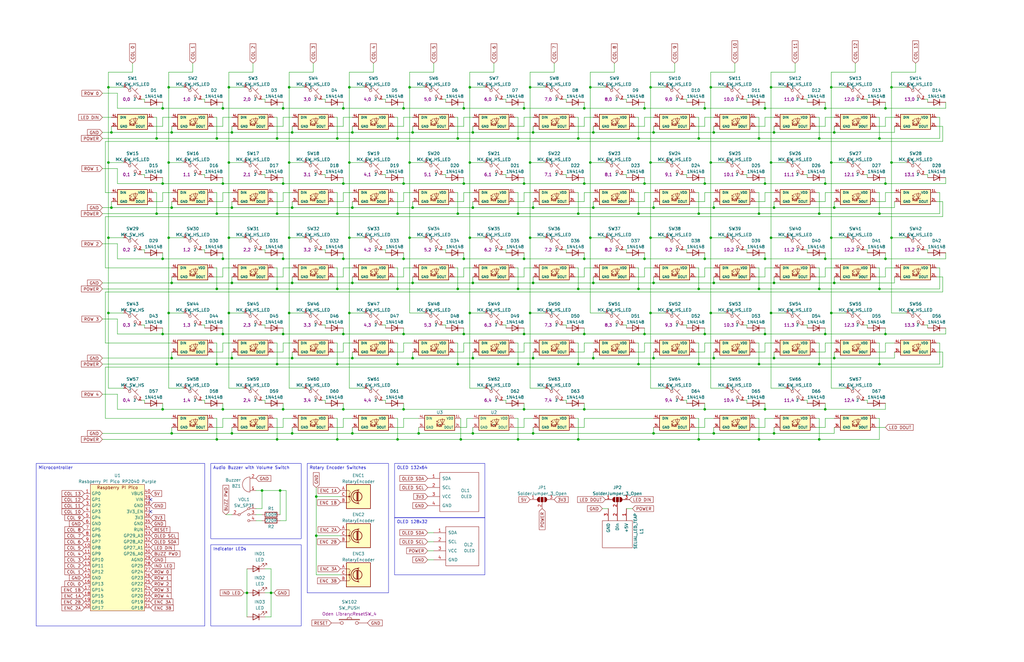
<source format=kicad_sch>
(kicad_sch (version 20230121) (generator eeschema)
  (paper "B")
  (lib_symbols
    (symbol "MX_Choc_HS with LEDs_1" (pin_names (offset 1.016))
      (property "Reference" "SW62" (at 0 6.35 0))
      (property "Value" "MX_SW_HS_LED" (at 0 3.81 0))
      (property "Matrix" "6,4" (at -2.54 -2.54 0))
      (symbol "MX_Choc_HS with LEDs_1_0_1"
        (pin passive line (at -3.81 2.54 0) (length 1.27) (name "1") (number "1"))
        (pin passive line (at 3.81 -2.54 180) (length 1.27) (name "2") (number "2"))
      )
    )
    (symbol "Oden library:1N4148" (pin_numbers hide) (pin_names hide)
      (property "Reference" "D" (at 0 2.54 0))
      (property "Value" "1N4148" (at 0 -2.54 0))
      (symbol "1N4148_1_1"
        (pin passive line (at -3.81 0 0) (length 2.54) (name "K") (number "1"))
        (pin passive line (at 3.81 0 180) (length 2.54) (name "A") (number "2"))
      )
    )
    (symbol "Oden library:Buzzer" (pin_names (offset 0.0254) hide)
      (property "Reference" "BZ" (at 3.81 1.27 0))
      (property "Value" "Buzzer" (at 3.81 -1.27 0))
      (symbol "Buzzer_1_1"
        (pin passive line (at -2.54 2.54 0) (length 2.54) (name "-") (number "1"))
        (pin passive line (at -2.54 -2.54 0) (length 2.54) (name "+") (number "2"))
      )
    )
    (symbol "Oden library:LED" (pin_numbers hide) (pin_names (offset 1.016) hide)
      (property "Reference" "D" (at 0 2.54 0))
      (property "Value" "LED" (at 0 -2.54 0))
      (symbol "LED_1_1"
        (pin passive line (at -3.81 0 0) (length 2.54) (name "K") (number "1"))
        (pin passive line (at 3.81 0 180) (length 2.54) (name "A") (number "2"))
      )
    )
    (symbol "Oden library:MX_Choc_HS" (pin_names (offset 1.016))
      (property "Reference" "SW" (at -1.27 7.62 0))
      (property "Value" "MX_Choc_HS" (at 0 5.08 0))
      (property "Matrix" "0,0" (at -2.54 -2.54 0))
      (symbol "MX_Choc_HS_0_1"
        (pin passive line (at -3.81 2.54 0) (length 1.27) (name "1") (number "1"))
        (pin passive line (at 3.81 -2.54 180) (length 1.27) (name "2") (number "2"))
      )
    )
    (symbol "Oden library:MX_Choc_HS with LEDs" (pin_names (offset 1.016))
      (property "Reference" "SW" (at -1.27 7.62 0))
      (property "Value" "MX_SW_HS_LED" (at 0 5.08 0))
      (property "Matrix" "0,0" (at -2.54 -2.54 0))
      (symbol "MX_Choc_HS with LEDs_0_0"
        (text "RGB" (at -0.254 -13.335 0) (effects (font (size 0.762 0.762))))
      )
      (symbol "MX_Choc_HS with LEDs_0_1"
        (pin passive line (at -3.81 2.54 0) (length 1.27) (name "1") (number "1"))
        (pin passive line (at 3.81 -2.54 180) (length 1.27) (name "2") (number "2"))
      )
      (symbol "MX_Choc_HS with LEDs_1_1"
        (pin power_in line (at 8.89 -10.16 180) (length 2.54) (name "VDD") (number "1L"))
        (pin output line (at 8.89 -13.97 180) (length 2.54) (name "DOUT") (number "2L"))
        (pin power_in line (at -8.89 -13.97 0) (length 2.54) (name "GND") (number "3L"))
        (pin input line (at -8.89 -10.16 0) (length 2.54) (name "DIN") (number "4L"))
      )
    )
    (symbol "Oden library:OLED" (pin_names (offset 1.016))
      (property "Reference" "OL" (at 0 1.27 0))
      (property "Value" "OLED" (at 0 -2.54 0))
      (symbol "OLED_1_1"
        (pin bidirectional line (at -13.97 5.08 0) (length 5.08) (name "SDA") (number "1"))
        (pin bidirectional line (at -13.97 1.27 0) (length 5.08) (name "SCL") (number "2"))
        (pin power_in line (at -13.97 -2.54 0) (length 5.08) (name "VCC") (number "3"))
        (pin power_in line (at -13.97 -6.35 0) (length 5.08) (name "GND") (number "4"))
      )
    )
    (symbol "Oden library:R" (pin_numbers hide) (pin_names (offset 0))
      (property "Reference" "R" (at 2.032 0 90))
      (property "Value" "R" (at 0 0 90))
      (symbol "R_1_1"
        (pin passive line (at 0 3.81 270) (length 1.27) (name "~") (number "1"))
        (pin passive line (at 0 -3.81 90) (length 1.27) (name "~") (number "2"))
      )
    )
    (symbol "Oden library:Rasbperry Pi Pico RP2040 Purple"
      (property "Reference" "U" (at 10.16 -29.21 0))
      (property "Value" "Rasbperry Pi Pico RP2040 Purple" (at 0 29.21 0))
      (symbol "Rasbperry Pi Pico RP2040 Purple_0_0"
        (text "Raspberry Pi Pico" (at 0 26.67 0) (effects (font (size 1.27 1.27))))
      )
      (symbol "Rasbperry Pi Pico RP2040 Purple_1_1"
        (pin bidirectional line (at 13.97 24.13 180) (length 2.54) (name "GP0") (number "1"))
        (pin bidirectional line (at 13.97 1.27 180) (length 2.54) (name "GP8") (number "10"))
        (pin bidirectional line (at 13.97 -1.27 180) (length 2.54) (name "GP9") (number "11"))
        (pin bidirectional line (at 13.97 -3.81 180) (length 2.54) (name "GP10") (number "12"))
        (pin bidirectional line (at 13.97 -6.35 180) (length 2.54) (name "GP11") (number "13"))
        (pin bidirectional line (at 13.97 -8.89 180) (length 2.54) (name "GP12") (number "14"))
        (pin power_in line (at 13.97 -11.43 180) (length 2.54) (name "GND") (number "15"))
        (pin bidirectional line (at 13.97 -13.97 180) (length 2.54) (name "GP13") (number "16"))
        (pin bidirectional line (at 13.97 -16.51 180) (length 2.54) (name "GP14") (number "17"))
        (pin bidirectional line (at 13.97 -19.05 180) (length 2.54) (name "GP15") (number "18"))
        (pin bidirectional line (at 13.97 -21.59 180) (length 2.54) (name "GP16") (number "19"))
        (pin bidirectional line (at 13.97 21.59 180) (length 2.54) (name "GP1") (number "2"))
        (pin bidirectional line (at 13.97 -24.13 180) (length 2.54) (name "GP17") (number "20"))
        (pin bidirectional line (at -13.97 -24.13 0) (length 2.54) (name "GP18") (number "21"))
        (pin bidirectional line (at -13.97 -21.59 0) (length 2.54) (name "GP19") (number "22"))
        (pin bidirectional line (at -13.97 -19.05 0) (length 2.54) (name "GP20") (number "23"))
        (pin bidirectional line (at -13.97 -16.51 0) (length 2.54) (name "GP21") (number "24"))
        (pin bidirectional line (at -13.97 -13.97 0) (length 2.54) (name "GP22") (number "25"))
        (pin bidirectional line (at -13.97 -11.43 0) (length 2.54) (name "GP23") (number "26"))
        (pin bidirectional line (at -13.97 -8.89 0) (length 2.54) (name "GP24") (number "27"))
        (pin bidirectional line (at -13.97 -6.35 0) (length 2.54) (name "GP25") (number "28"))
        (pin power_in line (at -13.97 -3.81 0) (length 2.54) (name "AGND") (number "29"))
        (pin bidirectional line (at 13.97 19.05 180) (length 2.54) (name "GP2") (number "3"))
        (pin bidirectional line (at -13.97 -1.27 0) (length 2.54) (name "GP26_A0") (number "30"))
        (pin bidirectional line (at -13.97 1.27 0) (length 2.54) (name "GP27_A1") (number "31"))
        (pin bidirectional line (at -13.97 3.81 0) (length 2.54) (name "GP28_A2") (number "32"))
        (pin bidirectional line (at -13.97 6.35 0) (length 2.54) (name "GP29_A3") (number "33"))
        (pin input line (at -13.97 8.89 0) (length 2.54) (name "RUN") (number "34"))
        (pin power_in line (at -13.97 11.43 0) (length 2.54) (name "GND") (number "35"))
        (pin power_out line (at -13.97 13.97 0) (length 2.54) (name "3V3") (number "36"))
        (pin input line (at -13.97 16.51 0) (length 2.54) (name "3V3_EN") (number "37"))
        (pin bidirectional line (at -13.97 19.05 0) (length 2.54) (name "GND") (number "38"))
        (pin power_out line (at -13.97 21.59 0) (length 2.54) (name "VIN") (number "39"))
        (pin bidirectional line (at 13.97 16.51 180) (length 2.54) (name "GP3") (number "4"))
        (pin power_out line (at -13.97 24.13 0) (length 2.54) (name "VBUS") (number "40"))
        (pin bidirectional line (at 13.97 13.97 180) (length 2.54) (name "GP4") (number "5"))
        (pin power_in line (at 13.97 11.43 180) (length 2.54) (name "GND") (number "6"))
        (pin bidirectional line (at 13.97 8.89 180) (length 2.54) (name "GP5") (number "7"))
        (pin bidirectional line (at 13.97 6.35 180) (length 2.54) (name "GP6") (number "8"))
        (pin bidirectional line (at 13.97 3.81 180) (length 2.54) (name "GP7") (number "9"))
      )
    )
    (symbol "Oden library:RotaryEncoder" (pin_names (offset 0.254) hide)
      (property "Reference" "SW" (at 0 6.604 0))
      (property "Value" "RotaryEncoder" (at 0 -6.604 0))
      (symbol "RotaryEncoder_1_1"
        (pin passive line (at -7.62 2.54 0) (length 2.54) (name "A") (number "A"))
        (pin passive line (at -7.62 -2.54 0) (length 2.54) (name "B") (number "B"))
        (pin passive line (at -7.62 0 0) (length 2.54) (name "C") (number "C"))
      )
    )
    (symbol "Oden library:SELIAL_LED_TEAP" (pin_names (offset 1.016))
      (property "Reference" "L1" (at -0.635 10.16 0))
      (property "Value" "SELIAL_LED_TEAP" (at -0.635 7.62 0))
      (symbol "SELIAL_LED_TEAP_1_1"
        (pin power_in line (at 10.16 3.81 180) (length 5.08) (name "+5V") (number "1"))
        (pin input line (at 10.16 0 180) (length 5.08) (name "Din") (number "2"))
        (pin power_in line (at 10.16 -3.81 180) (length 5.08) (name "GND") (number "3"))
      )
    )
    (symbol "Oden library:SK6812MINI-E"
      (property "Reference" "U" (at 0 0 0))
      (symbol "SK6812MINI-E_0_0"
        (text "RGB" (at -0.254 -0.635 0) (effects (font (size 0.762 0.762))))
      )
      (symbol "SK6812MINI-E_1_1"
        (pin power_in line (at 8.89 2.54 180) (length 2.54) (name "VDD") (number "1L"))
        (pin output line (at 8.89 -1.27 180) (length 2.54) (name "DOUT") (number "2L"))
        (pin power_in line (at -8.89 -1.27 0) (length 2.54) (name "GND") (number "3L"))
        (pin input line (at -8.89 2.54 0) (length 2.54) (name "DIN") (number "4L"))
      )
    )
    (symbol "Oden library:SW_PUSH" (pin_numbers hide) (pin_names (offset 1.016) hide)
      (property "Reference" "SW" (at 3.81 2.794 0))
      (property "Value" "SW_PUSH" (at 0 -2.032 0))
      (property "Footprint" "Oden Library:ResetSW_4" (at 0 0 0))
      (symbol "SW_PUSH_0_1"
        (pin passive inverted (at -7.62 0 0) (length 5.08) (name "1") (number "1"))
        (pin passive inverted (at 7.62 0 180) (length 5.08) (name "2") (number "2"))
      )
    )
    (symbol "Oden library:SW_SP3T" (pin_names (offset 0) hide)
      (property "Reference" "SW" (at 0 5.08 0))
      (property "Value" "SW_SP3T" (at 0 -5.08 0))
      (symbol "SW_SP3T_1_1"
        (pin passive line (at 5.08 2.54 180) (length 2.54) (name "1") (number "1"))
        (pin passive line (at -5.08 0 0) (length 2.54) (name "2") (number "2"))
        (pin passive line (at 5.08 0 180) (length 2.54) (name "3") (number "3"))
        (pin passive line (at 5.08 -2.54 180) (length 2.54) (name "4") (number "4"))
      )
    )
    (symbol "Oden library:SolderJumper_3_Open" (pin_names (offset 0) hide)
      (property "Reference" "JP" (at -2.54 -2.54 0))
      (property "Value" "SolderJumper_3_Open" (at 0 2.794 0))
      (symbol "SolderJumper_3_Open_1_1"
        (pin passive line (at -5.08 0 0) (length 2.54) (name "A") (number "1"))
        (pin passive line (at 0 -3.81 90) (length 2.54) (name "C") (number "2"))
        (pin passive line (at 5.08 0 180) (length 2.54) (name "B") (number "3"))
      )
    )
    (symbol "kbd:OLED" (pin_names (offset 1.016))
      (property "Reference" "OL2" (at 1.27 12.7 0))
      (property "Value" "OLED" (at 1.27 10.16 0))
      (symbol "OLED_1_1"
        (pin bidirectional line (at -11.43 6.35 0) (length 5.08) (name "SDA") (number "1"))
        (pin bidirectional line (at -11.43 2.54 0) (length 5.08) (name "SCL") (number "2"))
        (pin power_in line (at -11.43 -1.27 0) (length 5.08) (name "VCC") (number "3"))
        (pin power_in line (at -11.43 -5.08 0) (length 5.08) (name "GND") (number "4"))
      )
    )
  )
  (junction (at 71.12 36.83))
  (junction (at 97.79 119.38))
  (junction (at 195.58 109.22))
  (junction (at 370.84 121.92))
  (junction (at 294.64 153.67))
  (junction (at 147.32 36.83))
  (junction (at 275.59 87.63))
  (junction (at 322.58 45.72))
  (junction (at 68.58 45.72))
  (junction (at 218.44 58.42))
  (junction (at 271.78 109.22))
  (junction (at 322.58 172.72))
  (junction (at 218.44 153.67))
  (junction (at 198.12 68.58))
  (junction (at 199.39 119.38))
  (junction (at 224.79 55.88))
  (junction (at 300.99 87.63))
  (junction (at 148.59 182.88))
  (junction (at 250.19 119.38))
  (junction (at 121.92 36.83))
  (junction (at 325.12 100.33))
  (junction (at 119.38 45.72))
  (junction (at 121.92 100.33))
  (junction (at 133.35 209.55))
  (junction (at 123.19 182.88))
  (junction (at 224.79 87.63))
  (junction (at 350.52 100.33))
  (junction (at 375.92 100.33))
  (junction (at 243.84 58.42))
  (junction (at 173.99 87.63))
  (junction (at 198.12 132.08))
  (junction (at 250.19 87.63))
  (junction (at 224.79 182.88))
  (junction (at 325.12 68.58))
  (junction (at 300.99 55.88))
  (junction (at 172.72 68.58))
  (junction (at 326.39 119.38))
  (junction (at 71.12 68.58))
  (junction (at 96.52 36.83))
  (junction (at 326.39 55.88))
  (junction (at 144.78 172.72))
  (junction (at 45.72 100.33))
  (junction (at 96.52 132.08))
  (junction (at 375.92 36.83))
  (junction (at 71.12 132.08))
  (junction (at 294.64 58.42))
  (junction (at 322.58 109.22))
  (junction (at 91.44 153.67))
  (junction (at 373.38 109.22))
  (junction (at 144.78 77.47))
  (junction (at 274.32 68.58))
  (junction (at 248.92 36.83))
  (junction (at 93.98 109.22))
  (junction (at 104.14 250.19))
  (junction (at 72.39 119.38))
  (junction (at 248.92 68.58))
  (junction (at 271.78 77.47))
  (junction (at 167.64 121.92))
  (junction (at 172.72 36.83))
  (junction (at 243.84 153.67))
  (junction (at 170.18 77.47))
  (junction (at 97.79 151.13))
  (junction (at 322.58 140.97))
  (junction (at 119.38 172.72))
  (junction (at 294.64 185.42))
  (junction (at 167.64 90.17))
  (junction (at 72.39 87.63))
  (junction (at 193.04 90.17))
  (junction (at 167.64 58.42))
  (junction (at 350.52 132.08))
  (junction (at 345.44 58.42))
  (junction (at 72.39 55.88))
  (junction (at 142.24 90.17))
  (junction (at 275.59 119.38))
  (junction (at 373.38 77.47))
  (junction (at 322.58 77.47))
  (junction (at 370.84 153.67))
  (junction (at 320.04 90.17))
  (junction (at 345.44 121.92))
  (junction (at 224.79 151.13))
  (junction (at 123.19 55.88))
  (junction (at 123.19 151.13))
  (junction (at 294.64 121.92))
  (junction (at 220.98 45.72))
  (junction (at 66.04 90.17))
  (junction (at 193.04 121.92))
  (junction (at 250.19 55.88))
  (junction (at 144.78 45.72))
  (junction (at 93.98 77.47))
  (junction (at 345.44 153.67))
  (junction (at 91.44 58.42))
  (junction (at 195.58 45.72))
  (junction (at 91.44 121.92))
  (junction (at 347.98 45.72))
  (junction (at 148.59 87.63))
  (junction (at 326.39 151.13))
  (junction (at 299.72 36.83))
  (junction (at 218.44 185.42))
  (junction (at 148.59 119.38))
  (junction (at 148.59 151.13))
  (junction (at 269.24 121.92))
  (junction (at 144.78 109.22))
  (junction (at 93.98 140.97))
  (junction (at 246.38 45.72))
  (junction (at 199.39 87.63))
  (junction (at 274.32 132.08))
  (junction (at 351.79 87.63))
  (junction (at 72.39 182.88))
  (junction (at 91.44 90.17))
  (junction (at 116.84 121.92))
  (junction (at 351.79 55.88))
  (junction (at 198.12 100.33))
  (junction (at 218.44 121.92))
  (junction (at 320.04 185.42))
  (junction (at 297.18 77.47))
  (junction (at 194.31 185.42))
  (junction (at 246.38 140.97))
  (junction (at 133.35 226.06))
  (junction (at 68.58 77.47))
  (junction (at 116.84 58.42))
  (junction (at 45.72 132.08))
  (junction (at 91.44 185.42))
  (junction (at 72.39 151.13))
  (junction (at 274.32 100.33))
  (junction (at 68.58 140.97))
  (junction (at 373.38 140.97))
  (junction (at 172.72 100.33))
  (junction (at 350.52 68.58))
  (junction (at 116.84 90.17))
  (junction (at 224.79 119.38))
  (junction (at 271.78 140.97))
  (junction (at 66.04 58.42))
  (junction (at 142.24 58.42))
  (junction (at 93.98 45.72))
  (junction (at 370.84 90.17))
  (junction (at 220.98 140.97))
  (junction (at 351.79 151.13))
  (junction (at 45.72 36.83))
  (junction (at 97.79 182.88))
  (junction (at 246.38 172.72))
  (junction (at 325.12 36.83))
  (junction (at 300.99 119.38))
  (junction (at 320.04 121.92))
  (junction (at 243.84 185.42))
  (junction (at 68.58 109.22))
  (junction (at 147.32 132.08))
  (junction (at 199.39 182.88))
  (junction (at 71.12 100.33))
  (junction (at 275.59 55.88))
  (junction (at 297.18 45.72))
  (junction (at 46.99 55.88))
  (junction (at 297.18 140.97))
  (junction (at 119.38 77.47))
  (junction (at 223.52 68.58))
  (junction (at 300.99 182.88))
  (junction (at 223.52 36.83))
  (junction (at 300.99 151.13))
  (junction (at 223.52 132.08))
  (junction (at 345.44 185.42))
  (junction (at 297.18 172.72))
  (junction (at 248.92 100.33))
  (junction (at 148.59 55.88))
  (junction (at 325.12 132.08))
  (junction (at 142.24 153.67))
  (junction (at 195.58 77.47))
  (junction (at 294.64 90.17))
  (junction (at 269.24 58.42))
  (junction (at 119.38 140.97))
  (junction (at 144.78 140.97))
  (junction (at 142.24 121.92))
  (junction (at 176.53 182.88))
  (junction (at 167.64 185.42))
  (junction (at 97.79 87.63))
  (junction (at 46.99 87.63))
  (junction (at 147.32 68.58))
  (junction (at 347.98 140.97))
  (junction (at 119.38 109.22))
  (junction (at 218.44 90.17))
  (junction (at 243.84 121.92))
  (junction (at 110.49 207.01))
  (junction (at 246.38 77.47))
  (junction (at 193.04 153.67))
  (junction (at 220.98 109.22))
  (junction (at 123.19 87.63))
  (junction (at 68.58 172.72))
  (junction (at 347.98 172.72))
  (junction (at 195.58 140.97))
  (junction (at 299.72 132.08))
  (junction (at 220.98 77.47))
  (junction (at 199.39 151.13))
  (junction (at 373.38 45.72))
  (junction (at 116.84 185.42))
  (junction (at 167.64 153.67))
  (junction (at 271.78 45.72))
  (junction (at 274.32 36.83))
  (junction (at 299.72 100.33))
  (junction (at 96.52 100.33))
  (junction (at 246.38 109.22))
  (junction (at 345.44 90.17))
  (junction (at 243.84 90.17))
  (junction (at 173.99 55.88))
  (junction (at 326.39 87.63))
  (junction (at 347.98 77.47))
  (junction (at 326.39 182.88))
  (junction (at 275.59 182.88))
  (junction (at 45.72 68.58))
  (junction (at 116.84 153.67))
  (junction (at 299.72 68.58))
  (junction (at 223.52 100.33))
  (junction (at 320.04 58.42))
  (junction (at 147.32 100.33))
  (junction (at 114.3 250.19))
  (junction (at 142.24 185.42))
  (junction (at 118.11 207.01))
  (junction (at 193.04 58.42))
  (junction (at 170.18 172.72))
  (junction (at 198.12 36.83))
  (junction (at 320.04 153.67))
  (junction (at 350.52 36.83))
  (junction (at 123.19 119.38))
  (junction (at 121.92 132.08))
  (junction (at 170.18 140.97))
  (junction (at 347.98 109.22))
  (junction (at 170.18 109.22))
  (junction (at 96.52 68.58))
  (junction (at 275.59 151.13))
  (junction (at 220.98 172.72))
  (junction (at 250.19 151.13))
  (junction (at 297.18 109.22))
  (junction (at 170.18 45.72))
  (junction (at 199.39 55.88))
  (junction (at 370.84 58.42))
  (junction (at 269.24 153.67))
  (junction (at 269.24 90.17))
  (junction (at 173.99 151.13))
  (junction (at 375.92 68.58))
  (junction (at 97.79 55.88))
  (junction (at 173.99 119.38))
  (junction (at 93.98 172.72))
  (junction (at 121.92 68.58))
  (junction (at 351.79 119.38))
  (no_connect (at 63.5 210.82))
  (no_connect (at 63.5 215.9))
  (wire (pts (xy 93.98 85.09) (xy 93.98 81.28)))
  (wire (pts (xy 212.09 73.66) (xy 213.36 73.66)))
  (wire (pts (xy 274.32 30.48) (xy 274.32 36.83)))
  (wire (pts (xy 246.38 106.68) (xy 246.38 109.22)))
  (wire (pts (xy 132.08 26.67) (xy 132.08 30.48)))
  (wire (pts (xy 340.36 168.91) (xy 340.36 170.18)))
  (wire (pts (xy 266.7 214.63) (xy 264.16 214.63)))
  (wire (pts (xy 242.57 113.03) (xy 243.84 113.03)))
  (wire (pts (xy 71.12 132.08) (xy 71.12 163.83)))
  (wire (pts (xy 224.79 151.13) (xy 250.19 151.13)))
  (wire (pts (xy 86.36 41.91) (xy 86.36 43.18)))
  (wire (pts (xy 110.49 137.16) (xy 111.76 137.16)))
  (wire (pts (xy 345.44 121.92) (xy 370.84 121.92)))
  (wire (pts (xy 123.19 180.34) (xy 123.19 182.88)))
  (wire (pts (xy 267.97 81.28) (xy 269.24 81.28)))
  (wire (pts (xy 91.44 113.03) (xy 91.44 121.92)))
  (wire (pts (xy 119.38 180.34) (xy 119.38 176.53)))
  (wire (pts (xy 147.32 36.83) (xy 153.67 36.83)))
  (wire (pts (xy 81.28 26.67) (xy 81.28 30.48)))
  (wire (pts (xy 275.59 151.13) (xy 300.99 151.13)))
  (wire (pts (xy 320.04 121.92) (xy 345.44 121.92)))
  (wire (pts (xy 364.49 137.16) (xy 365.76 137.16)))
  (wire (pts (xy 347.98 180.34) (xy 347.98 176.53)))
  (wire (pts (xy 123.19 55.88) (xy 148.59 55.88)))
  (wire (pts (xy 233.68 26.67) (xy 233.68 30.48)))
  (wire (pts (xy 377.19 55.88) (xy 377.19 53.34)))
  (wire (pts (xy 97.79 182.88) (xy 72.39 182.88)))
  (wire (pts (xy 90.17 113.03) (xy 91.44 113.03)))
  (wire (pts (xy 345.44 90.17) (xy 370.84 90.17)))
  (wire (pts (xy 195.58 140.97) (xy 220.98 140.97)))
  (wire (pts (xy 238.76 73.66) (xy 238.76 74.93)))
  (wire (pts (xy 297.18 113.03) (xy 300.99 113.03)))
  (wire (pts (xy 161.29 73.66) (xy 162.56 73.66)))
  (wire (pts (xy 180.34 224.79) (xy 182.88 224.79)))
  (wire (pts (xy 293.37 116.84) (xy 297.18 116.84)))
  (wire (pts (xy 373.38 138.43) (xy 373.38 140.97)))
  (wire (pts (xy 114.3 260.35) (xy 114.3 250.19)))
  (wire (pts (xy 347.98 138.43) (xy 347.98 140.97)))
  (wire (pts (xy 144.78 148.59) (xy 144.78 144.78)))
  (wire (pts (xy 204.47 163.83) (xy 198.12 163.83)))
  (wire (pts (xy 377.19 87.63) (xy 377.19 85.09)))
  (wire (pts (xy 325.12 30.48) (xy 325.12 36.83)))
  (wire (pts (xy 119.38 74.93) (xy 119.38 77.47)))
  (wire (pts (xy 370.84 176.53) (xy 369.57 176.53)))
  (wire (pts (xy 72.39 85.09) (xy 72.39 87.63)))
  (wire (pts (xy 289.56 168.91) (xy 289.56 170.18)))
  (wire (pts (xy 243.84 49.53) (xy 243.84 58.42)))
  (wire (pts (xy 115.57 176.53) (xy 116.84 176.53)))
  (wire (pts (xy 269.24 153.67) (xy 294.64 153.67)))
  (wire (pts (xy 351.79 55.88) (xy 377.19 55.88)))
  (wire (pts (xy 144.78 81.28) (xy 148.59 81.28)))
  (wire (pts (xy 217.17 113.03) (xy 218.44 113.03)))
  (wire (pts (xy 93.98 180.34) (xy 93.98 176.53)))
  (wire (pts (xy 389.89 105.41) (xy 391.16 105.41)))
  (wire (pts (xy 267.97 49.53) (xy 269.24 49.53)))
  (wire (pts (xy 96.52 30.48) (xy 106.68 30.48)))
  (wire (pts (xy 365.76 41.91) (xy 365.76 43.18)))
  (wire (pts (xy 119.38 106.68) (xy 119.38 109.22)))
  (wire (pts (xy 71.12 163.83) (xy 77.47 163.83)))
  (wire (pts (xy 224.79 87.63) (xy 250.19 87.63)))
  (wire (pts (xy 71.12 132.08) (xy 77.47 132.08)))
  (wire (pts (xy 68.58 74.93) (xy 68.58 77.47)))
  (wire (pts (xy 347.98 172.72) (xy 373.38 172.72)))
  (wire (pts (xy 121.92 30.48) (xy 121.92 36.83)))
  (wire (pts (xy 318.77 116.84) (xy 322.58 116.84)))
  (wire (pts (xy 199.39 148.59) (xy 199.39 151.13)))
  (wire (pts (xy 170.18 106.68) (xy 170.18 109.22)))
  (wire (pts (xy 300.99 53.34) (xy 300.99 55.88)))
  (wire (pts (xy 102.87 163.83) (xy 96.52 163.83)))
  (wire (pts (xy 250.19 148.59) (xy 250.19 151.13)))
  (wire (pts (xy 246.38 85.09) (xy 246.38 81.28)))
  (wire (pts (xy 46.99 87.63) (xy 72.39 87.63)))
  (wire (pts (xy 218.44 153.67) (xy 243.84 153.67)))
  (wire (pts (xy 49.53 109.22) (xy 68.58 109.22)))
  (wire (pts (xy 68.58 81.28) (xy 72.39 81.28)))
  (wire (pts (xy 218.44 90.17) (xy 243.84 90.17)))
  (wire (pts (xy 322.58 85.09) (xy 322.58 81.28)))
  (wire (pts (xy 166.37 49.53) (xy 167.64 49.53)))
  (wire (pts (xy 322.58 81.28) (xy 326.39 81.28)))
  (wire (pts (xy 398.78 140.97) (xy 398.78 138.43)))
  (wire (pts (xy 350.52 132.08) (xy 350.52 100.33)))
  (wire (pts (xy 45.72 132.08) (xy 52.07 132.08)))
  (wire (pts (xy 220.98 43.18) (xy 220.98 45.72)))
  (wire (pts (xy 320.04 176.53) (xy 320.04 185.42)))
  (wire (pts (xy 116.84 49.53) (xy 116.84 58.42)))
  (wire (pts (xy 71.12 30.48) (xy 71.12 36.83)))
  (wire (pts (xy 167.64 153.67) (xy 193.04 153.67)))
  (wire (pts (xy 347.98 170.18) (xy 347.98 172.72)))
  (wire (pts (xy 49.53 140.97) (xy 68.58 140.97)))
  (wire (pts (xy 85.09 168.91) (xy 86.36 168.91)))
  (wire (pts (xy 248.92 68.58) (xy 255.27 68.58)))
  (wire (pts (xy 243.84 81.28) (xy 243.84 90.17)))
  (wire (pts (xy 344.17 176.53) (xy 345.44 176.53)))
  (wire (pts (xy 351.79 182.88) (xy 326.39 182.88)))
  (wire (pts (xy 373.38 43.18) (xy 373.38 45.72)))
  (wire (pts (xy 195.58 113.03) (xy 199.39 113.03)))
  (wire (pts (xy 157.48 30.48) (xy 147.32 30.48)))
  (wire (pts (xy 297.18 74.93) (xy 297.18 77.47)))
  (wire (pts (xy 314.96 137.16) (xy 314.96 138.43)))
  (wire (pts (xy 373.38 49.53) (xy 377.19 49.53)))
  (wire (pts (xy 293.37 81.28) (xy 294.64 81.28)))
  (wire (pts (xy 148.59 116.84) (xy 148.59 119.38)))
  (wire (pts (xy 142.24 90.17) (xy 167.64 90.17)))
  (wire (pts (xy 347.98 49.53) (xy 351.79 49.53)))
  (wire (pts (xy 208.28 30.48) (xy 208.28 26.67)))
  (wire (pts (xy 299.72 68.58) (xy 306.07 68.58)))
  (wire (pts (xy 64.77 85.09) (xy 68.58 85.09)))
  (wire (pts (xy 93.98 140.97) (xy 119.38 140.97)))
  (wire (pts (xy 43.18 185.42) (xy 91.44 185.42)))
  (wire (pts (xy 271.78 45.72) (xy 297.18 45.72)))
  (wire (pts (xy 170.18 138.43) (xy 170.18 140.97)))
  (wire (pts (xy 325.12 68.58) (xy 325.12 100.33)))
  (wire (pts (xy 364.49 105.41) (xy 365.76 105.41)))
  (wire (pts (xy 365.76 137.16) (xy 365.76 138.43)))
  (wire (pts (xy 248.92 100.33) (xy 248.92 68.58)))
  (wire (pts (xy 275.59 116.84) (xy 275.59 119.38)))
  (wire (pts (xy 140.97 53.34) (xy 144.78 53.34)))
  (wire (pts (xy 49.53 172.72) (xy 68.58 172.72)))
  (wire (pts (xy 93.98 138.43) (xy 93.98 140.97)))
  (wire (pts (xy 275.59 53.34) (xy 275.59 55.88)))
  (wire (pts (xy 144.78 109.22) (xy 170.18 109.22)))
  (wire (pts (xy 104.14 250.19) (xy 104.14 260.35)))
  (wire (pts (xy 166.37 53.34) (xy 170.18 53.34)))
  (wire (pts (xy 297.18 176.53) (xy 300.99 176.53)))
  (wire (pts (xy 326.39 85.09) (xy 326.39 87.63)))
  (wire (pts (xy 81.28 30.48) (xy 71.12 30.48)))
  (wire (pts (xy 59.69 73.66) (xy 60.96 73.66)))
  (wire (pts (xy 267.97 148.59) (xy 271.78 148.59)))
  (wire (pts (xy 275.59 148.59) (xy 275.59 151.13)))
  (wire (pts (xy 144.78 140.97) (xy 170.18 140.97)))
  (wire (pts (xy 71.12 68.58) (xy 77.47 68.58)))
  (wire (pts (xy 44.45 113.03) (xy 72.39 113.03)))
  (wire (pts (xy 237.49 168.91) (xy 238.76 168.91)))
  (wire (pts (xy 318.77 49.53) (xy 320.04 49.53)))
  (wire (pts (xy 68.58 49.53) (xy 72.39 49.53)))
  (wire (pts (xy 299.72 100.33) (xy 299.72 68.58)))
  (wire (pts (xy 220.98 180.34) (xy 220.98 176.53)))
  (wire (pts (xy 293.37 53.34) (xy 297.18 53.34)))
  (wire (pts (xy 68.58 77.47) (xy 93.98 77.47)))
  (wire (pts (xy 370.84 58.42) (xy 396.24 58.42)))
  (wire (pts (xy 347.98 148.59) (xy 347.98 144.78)))
  (wire (pts (xy 396.24 121.92) (xy 396.24 113.03)))
  (wire (pts (xy 246.38 116.84) (xy 246.38 113.03)))
  (wire (pts (xy 91.44 153.67) (xy 116.84 153.67)))
  (wire (pts (xy 293.37 113.03) (xy 294.64 113.03)))
  (wire (pts (xy 93.98 176.53) (xy 97.79 176.53)))
  (wire (pts (xy 389.89 73.66) (xy 391.16 73.66)))
  (wire (pts (xy 162.56 73.66) (xy 162.56 74.93)))
  (wire (pts (xy 107.95 219.71) (xy 110.49 219.71)))
  (wire (pts (xy 397.51 53.34) (xy 397.51 59.69)))
  (wire (pts (xy 59.69 137.16) (xy 60.96 137.16)))
  (wire (pts (xy 375.92 100.33) (xy 382.27 100.33)))
  (wire (pts (xy 213.36 41.91) (xy 213.36 43.18)))
  (wire (pts (xy 198.12 30.48) (xy 208.28 30.48)))
  (wire (pts (xy 238.76 106.68) (xy 238.76 105.41)))
  (wire (pts (xy 322.58 176.53) (xy 326.39 176.53)))
  (wire (pts (xy 119.38 176.53) (xy 123.19 176.53)))
  (wire (pts (xy 297.18 45.72) (xy 322.58 45.72)))
  (wire (pts (xy 223.52 132.08) (xy 223.52 163.83)))
  (wire (pts (xy 373.38 144.78) (xy 377.19 144.78)))
  (wire (pts (xy 373.38 77.47) (xy 398.78 77.47)))
  (wire (pts (xy 322.58 170.18) (xy 322.58 172.72)))
  (wire (pts (xy 193.04 81.28) (xy 193.04 90.17)))
  (wire (pts (xy 144.78 113.03) (xy 148.59 113.03)))
  (wire (pts (xy 68.58 106.68) (xy 68.58 109.22)))
  (wire (pts (xy 199.39 151.13) (xy 224.79 151.13)))
  (wire (pts (xy 322.58 148.59) (xy 322.58 144.78)))
  (wire (pts (xy 318.77 53.34) (xy 322.58 53.34)))
  (wire (pts (xy 267.97 53.34) (xy 271.78 53.34)))
  (wire (pts (xy 373.38 113.03) (xy 377.19 113.03)))
  (wire (pts (xy 345.44 144.78) (xy 345.44 153.67)))
  (wire (pts (xy 97.79 53.34) (xy 97.79 55.88)))
  (wire (pts (xy 121.92 36.83) (xy 121.92 68.58)))
  (wire (pts (xy 161.29 137.16) (xy 162.56 137.16)))
  (wire (pts (xy 293.37 148.59) (xy 297.18 148.59)))
  (wire (pts (xy 373.38 106.68) (xy 373.38 109.22)))
  (wire (pts (xy 166.37 144.78) (xy 167.64 144.78)))
  (wire (pts (xy 72.39 151.13) (xy 97.79 151.13)))
  (wire (pts (xy 116.84 121.92) (xy 142.24 121.92)))
  (wire (pts (xy 297.18 109.22) (xy 271.78 109.22)))
  (wire (pts (xy 64.77 53.34) (xy 68.58 53.34)))
  (wire (pts (xy 187.96 137.16) (xy 187.96 138.43)))
  (wire (pts (xy 217.17 176.53) (xy 218.44 176.53)))
  (wire (pts (xy 220.98 53.34) (xy 220.98 49.53)))
  (wire (pts (xy 243.84 153.67) (xy 269.24 153.67)))
  (wire (pts (xy 246.38 138.43) (xy 246.38 140.97)))
  (wire (pts (xy 377.19 116.84) (xy 377.19 119.38)))
  (wire (pts (xy 45.72 100.33) (xy 45.72 132.08)))
  (wire (pts (xy 369.57 116.84) (xy 373.38 116.84)))
  (wire (pts (xy 224.79 148.59) (xy 224.79 151.13)))
  (wire (pts (xy 170.18 148.59) (xy 170.18 144.78)))
  (wire (pts (xy 325.12 163.83) (xy 331.47 163.83)))
  (wire (pts (xy 173.99 116.84) (xy 173.99 119.38)))
  (wire (pts (xy 373.38 45.72) (xy 398.78 45.72)))
  (wire (pts (xy 93.98 148.59) (xy 93.98 144.78)))
  (wire (pts (xy 271.78 49.53) (xy 275.59 49.53)))
  (wire (pts (xy 396.24 113.03) (xy 394.97 113.03)))
  (wire (pts (xy 320.04 81.28) (xy 320.04 90.17)))
  (wire (pts (xy 322.58 172.72) (xy 347.98 172.72)))
  (wire (pts (xy 119.38 53.34) (xy 119.38 49.53)))
  (wire (pts (xy 246.38 74.93) (xy 246.38 77.47)))
  (wire (pts (xy 68.58 138.43) (xy 68.58 140.97)))
  (wire (pts (xy 195.58 53.34) (xy 195.58 49.53)))
  (wire (pts (xy 375.92 30.48) (xy 375.92 36.83)))
  (wire (pts (xy 369.57 49.53) (xy 370.84 49.53)))
  (wire (pts (xy 326.39 148.59) (xy 326.39 151.13)))
  (wire (pts (xy 351.79 116.84) (xy 351.79 119.38)))
  (wire (pts (xy 274.32 36.83) (xy 280.67 36.83)))
  (wire (pts (xy 60.96 137.16) (xy 60.96 138.43)))
  (wire (pts (xy 297.18 53.34) (xy 297.18 49.53)))
  (wire (pts (xy 144.78 45.72) (xy 170.18 45.72)))
  (wire (pts (xy 351.79 119.38) (xy 326.39 119.38)))
  (wire (pts (xy 344.17 81.28) (xy 345.44 81.28)))
  (wire (pts (xy 191.77 81.28) (xy 193.04 81.28)))
  (wire (pts (xy 318.77 176.53) (xy 320.04 176.53)))
  (wire (pts (xy 271.78 43.18) (xy 271.78 45.72)))
  (wire (pts (xy 217.17 81.28) (xy 218.44 81.28)))
  (wire (pts (xy 93.98 74.93) (xy 93.98 77.47)))
  (wire (pts (xy 250.19 85.09) (xy 250.19 87.63)))
  (wire (pts (xy 300.99 182.88) (xy 275.59 182.88)))
  (wire (pts (xy 398.78 106.68) (xy 398.78 109.22)))
  (wire (pts (xy 237.49 137.16) (xy 238.76 137.16)))
  (wire (pts (xy 121.92 163.83) (xy 128.27 163.83)))
  (wire (pts (xy 187.96 41.91) (xy 187.96 43.18)))
  (wire (pts (xy 243.84 185.42) (xy 294.64 185.42)))
  (wire (pts (xy 223.52 68.58) (xy 223.52 100.33)))
  (wire (pts (xy 93.98 144.78) (xy 97.79 144.78)))
  (wire (pts (xy 114.3 250.19) (xy 114.3 240.03)))
  (wire (pts (xy 254 214.63) (xy 256.54 214.63)))
  (wire (pts (xy 318.77 144.78) (xy 320.04 144.78)))
  (wire (pts (xy 147.32 100.33) (xy 147.32 132.08)))
  (wire (pts (xy 123.19 116.84) (xy 123.19 119.38)))
  (wire (pts (xy 223.52 36.83) (xy 223.52 68.58)))
  (wire (pts (xy 274.32 132.08) (xy 274.32 163.83)))
  (wire (pts (xy 218.44 113.03) (xy 218.44 121.92)))
  (wire (pts (xy 369.57 81.28) (xy 370.84 81.28)))
  (wire (pts (xy 162.56 105.41) (xy 162.56 106.68)))
  (wire (pts (xy 213.36 168.91) (xy 213.36 170.18)))
  (wire (pts (xy 120.65 219.71) (xy 120.65 207.01)))
  (wire (pts (xy 170.18 77.47) (xy 195.58 77.47)))
  (wire (pts (xy 133.35 205.74) (xy 133.35 209.55)))
  (wire (pts (xy 242.57 148.59) (xy 246.38 148.59)))
  (wire (pts (xy 293.37 144.78) (xy 294.64 144.78)))
  (wire (pts (xy 345.44 176.53) (xy 345.44 185.42)))
  (wire (pts (xy 274.32 163.83) (xy 280.67 163.83)))
  (wire (pts (xy 46.99 55.88) (xy 72.39 55.88)))
  (wire (pts (xy 119.38 140.97) (xy 144.78 140.97)))
  (wire (pts (xy 199.39 182.88) (xy 176.53 182.88)))
  (wire (pts (xy 195.58 81.28) (xy 199.39 81.28)))
  (wire (pts (xy 90.17 176.53) (xy 91.44 176.53)))
  (wire (pts (xy 193.04 144.78) (xy 193.04 153.67)))
  (wire (pts (xy 242.57 49.53) (xy 243.84 49.53)))
  (wire (pts (xy 243.84 113.03) (xy 243.84 121.92)))
  (wire (pts (xy 195.58 45.72) (xy 220.98 45.72)))
  (wire (pts (xy 313.69 41.91) (xy 314.96 41.91)))
  (wire (pts (xy 198.12 100.33) (xy 204.47 100.33)))
  (wire (pts (xy 347.98 116.84) (xy 347.98 113.03)))
  (wire (pts (xy 318.77 113.03) (xy 320.04 113.03)))
  (wire (pts (xy 294.64 144.78) (xy 294.64 153.67)))
  (wire (pts (xy 173.99 119.38) (xy 148.59 119.38)))
  (wire (pts (xy 264.16 41.91) (xy 264.16 43.18)))
  (wire (pts (xy 340.36 137.16) (xy 340.36 138.43)))
  (wire (pts (xy 72.39 87.63) (xy 97.79 87.63)))
  (wire (pts (xy 289.56 73.66) (xy 289.56 74.93)))
  (wire (pts (xy 137.16 105.41) (xy 137.16 106.68)))
  (wire (pts (xy 193.04 121.92) (xy 218.44 121.92)))
  (wire (pts (xy 320.04 185.42) (xy 345.44 185.42)))
  (wire (pts (xy 322.58 109.22) (xy 297.18 109.22)))
  (wire (pts (xy 170.18 180.34) (xy 170.18 176.53)))
  (wire (pts (xy 196.85 176.53) (xy 199.39 176.53)))
  (wire (pts (xy 344.17 85.09) (xy 347.98 85.09)))
  (wire (pts (xy 85.09 105.41) (xy 86.36 105.41)))
  (wire (pts (xy 365.76 168.91) (xy 365.76 170.18)))
  (wire (pts (xy 86.36 137.16) (xy 86.36 138.43)))
  (wire (pts (xy 250.19 87.63) (xy 275.59 87.63)))
  (wire (pts (xy 269.24 58.42) (xy 294.64 58.42)))
  (wire (pts (xy 300.99 116.84) (xy 300.99 119.38)))
  (wire (pts (xy 373.38 116.84) (xy 373.38 113.03)))
  (wire (pts (xy 314.96 73.66) (xy 314.96 74.93)))
  (wire (pts (xy 220.98 170.18) (xy 220.98 172.72)))
  (wire (pts (xy 187.96 105.41) (xy 186.69 105.41)))
  (wire (pts (xy 86.36 105.41) (xy 86.36 106.68)))
  (wire (pts (xy 284.48 26.67) (xy 284.48 30.48)))
  (wire (pts (xy 218.44 49.53) (xy 218.44 58.42)))
  (wire (pts (xy 297.18 144.78) (xy 300.99 144.78)))
  (wire (pts (xy 364.49 73.66) (xy 365.76 73.66)))
  (wire (pts (xy 347.98 113.03) (xy 351.79 113.03)))
  (wire (pts (xy 218.44 144.78) (xy 218.44 153.67)))
  (wire (pts (xy 144.78 116.84) (xy 144.78 113.03)))
  (wire (pts (xy 162.56 168.91) (xy 162.56 170.18)))
  (wire (pts (xy 339.09 105.41) (xy 340.36 105.41)))
  (wire (pts (xy 195.58 49.53) (xy 199.39 49.53)))
  (wire (pts (xy 293.37 85.09) (xy 297.18 85.09)))
  (wire (pts (xy 335.28 26.67) (xy 335.28 30.48)))
  (wire (pts (xy 246.38 170.18) (xy 246.38 172.72)))
  (wire (pts (xy 115.57 180.34) (xy 119.38 180.34)))
  (wire (pts (xy 95.25 217.17) (xy 97.79 217.17)))
  (wire (pts (xy 106.68 30.48) (xy 106.68 26.67)))
  (wire (pts (xy 97.79 119.38) (xy 123.19 119.38)))
  (wire (pts (xy 173.99 85.09) (xy 173.99 87.63)))
  (wire (pts (xy 176.53 182.88) (xy 148.59 182.88)))
  (wire (pts (xy 86.36 168.91) (xy 86.36 170.18)))
  (wire (pts (xy 170.18 81.28) (xy 173.99 81.28)))
  (wire (pts (xy 97.79 116.84) (xy 97.79 119.38)))
  (wire (pts (xy 391.16 137.16) (xy 391.16 138.43)))
  (wire (pts (xy 45.72 36.83) (xy 45.72 68.58)))
  (wire (pts (xy 140.97 49.53) (xy 142.24 49.53)))
  (wire (pts (xy 262.89 73.66) (xy 264.16 73.66)))
  (wire (pts (xy 271.78 77.47) (xy 297.18 77.47)))
  (wire (pts (xy 288.29 73.66) (xy 289.56 73.66)))
  (wire (pts (xy 322.58 74.93) (xy 322.58 77.47)))
  (wire (pts (xy 93.98 43.18) (xy 93.98 45.72)))
  (wire (pts (xy 43.18 55.88) (xy 46.99 55.88)))
  (wire (pts (xy 297.18 148.59) (xy 297.18 144.78)))
  (wire (pts (xy 64.77 81.28) (xy 66.04 81.28)))
  (wire (pts (xy 364.49 41.91) (xy 365.76 41.91)))
  (wire (pts (xy 195.58 109.22) (xy 220.98 109.22)))
  (wire (pts (xy 351.79 148.59) (xy 351.79 151.13)))
  (wire (pts (xy 325.12 132.08) (xy 325.12 163.83)))
  (wire (pts (xy 345.44 58.42) (xy 370.84 58.42)))
  (wire (pts (xy 233.68 30.48) (xy 223.52 30.48)))
  (wire (pts (xy 162.56 41.91) (xy 162.56 43.18)))
  (wire (pts (xy 191.77 116.84) (xy 195.58 116.84)))
  (wire (pts (xy 344.17 180.34) (xy 347.98 180.34)))
  (wire (pts (xy 45.72 132.08) (xy 45.72 163.83)))
  (wire (pts (xy 115.57 81.28) (xy 116.84 81.28)))
  (wire (pts (xy 91.44 81.28) (xy 91.44 90.17)))
  (wire (pts (xy 132.08 30.48) (xy 121.92 30.48)))
  (wire (pts (xy 173.99 148.59) (xy 173.99 151.13)))
  (wire (pts (xy 347.98 144.78) (xy 351.79 144.78)))
  (wire (pts (xy 350.52 100.33) (xy 356.87 100.33)))
  (wire (pts (xy 172.72 36.83) (xy 179.07 36.83)))
  (wire (pts (xy 246.38 81.28) (xy 250.19 81.28)))
  (wire (pts (xy 114.3 250.19) (xy 115.57 250.19)))
  (wire (pts (xy 271.78 81.28) (xy 275.59 81.28)))
  (wire (pts (xy 344.17 144.78) (xy 345.44 144.78)))
  (wire (pts (xy 43.18 87.63) (xy 46.99 87.63)))
  (wire (pts (xy 116.84 81.28) (xy 116.84 90.17)))
  (wire (pts (xy 347.98 176.53) (xy 351.79 176.53)))
  (wire (pts (xy 140.97 81.28) (xy 142.24 81.28)))
  (wire (pts (xy 195.58 106.68) (xy 195.58 109.22)))
  (wire (pts (xy 144.78 106.68) (xy 144.78 109.22)))
  (wire (pts (xy 68.58 45.72) (xy 93.98 45.72)))
  (wire (pts (xy 45.72 68.58) (xy 45.72 100.33)))
  (wire (pts (xy 293.37 176.53) (xy 294.64 176.53)))
  (wire (pts (xy 166.37 85.09) (xy 170.18 85.09)))
  (wire (pts (xy 119.38 138.43) (xy 119.38 140.97)))
  (wire (pts (xy 170.18 74.93) (xy 170.18 77.47)))
  (wire (pts (xy 344.17 49.53) (xy 345.44 49.53)))
  (wire (pts (xy 223.52 100.33) (xy 223.52 132.08)))
  (wire (pts (xy 85.09 73.66) (xy 86.36 73.66)))
  (wire (pts (xy 121.92 100.33) (xy 128.27 100.33)))
  (wire (pts (xy 306.07 163.83) (xy 299.72 163.83)))
  (wire (pts (xy 170.18 113.03) (xy 173.99 113.03)))
  (wire (pts (xy 191.77 85.09) (xy 195.58 85.09)))
  (wire (pts (xy 269.24 90.17) (xy 294.64 90.17)))
  (wire (pts (xy 345.44 49.53) (xy 345.44 58.42)))
  (wire (pts (xy 313.69 137.16) (xy 314.96 137.16)))
  (wire (pts (xy 43.18 58.42) (xy 66.04 58.42)))
  (wire (pts (xy 186.69 73.66) (xy 187.96 73.66)))
  (wire (pts (xy 93.98 113.03) (xy 97.79 113.03)))
  (wire (pts (xy 147.32 163.83) (xy 153.67 163.83)))
  (wire (pts (xy 45.72 68.58) (xy 52.07 68.58)))
  (wire (pts (xy 121.92 132.08) (xy 128.27 132.08)))
  (wire (pts (xy 144.78 53.34) (xy 144.78 49.53)))
  (wire (pts (xy 195.58 116.84) (xy 195.58 113.03)))
  (wire (pts (xy 172.72 68.58) (xy 179.07 68.58)))
  (wire (pts (xy 44.45 59.69) (xy 44.45 81.28)))
  (wire (pts (xy 137.16 168.91) (xy 137.16 170.18)))
  (wire (pts (xy 97.79 85.09) (xy 97.79 87.63)))
  (wire (pts (xy 167.64 58.42) (xy 193.04 58.42)))
  (wire (pts (xy 271.78 113.03) (xy 275.59 113.03)))
  (wire (pts (xy 347.98 109.22) (xy 322.58 109.22)))
  (wire (pts (xy 135.89 41.91) (xy 137.16 41.91)))
  (wire (pts (xy 118.11 207.01) (xy 110.49 207.01)))
  (wire (pts (xy 297.18 81.28) (xy 300.99 81.28)))
  (wire (pts (xy 217.17 116.84) (xy 220.98 116.84)))
  (wire (pts (xy 299.72 30.48) (xy 309.88 30.48)))
  (wire (pts (xy 370.84 81.28) (xy 370.84 90.17)))
  (wire (pts (xy 322.58 45.72) (xy 347.98 45.72)))
  (wire (pts (xy 262.89 105.41) (xy 264.16 105.41)))
  (wire (pts (xy 142.24 113.03) (xy 142.24 121.92)))
  (wire (pts (xy 97.79 151.13) (xy 123.19 151.13)))
  (wire (pts (xy 148.59 182.88) (xy 123.19 182.88)))
  (wire (pts (xy 144.78 77.47) (xy 170.18 77.47)))
  (wire (pts (xy 299.72 132.08) (xy 306.07 132.08)))
  (wire (pts (xy 123.19 87.63) (xy 148.59 87.63)))
  (wire (pts (xy 389.89 41.91) (xy 391.16 41.91)))
  (wire (pts (xy 198.12 132.08) (xy 204.47 132.08)))
  (wire (pts (xy 187.96 73.66) (xy 187.96 74.93)))
  (wire (pts (xy 110.49 41.91) (xy 111.76 41.91)))
  (wire (pts (xy 398.78 109.22) (xy 373.38 109.22)))
  (wire (pts (xy 397.51 148.59) (xy 397.51 154.94)))
  (wire (pts (xy 44.45 176.53) (xy 72.39 176.53)))
  (wire (pts (xy 220.98 140.97) (xy 246.38 140.97)))
  (wire (pts (xy 294.64 176.53) (xy 294.64 185.42)))
  (wire (pts (xy 147.32 30.48) (xy 147.32 36.83)))
  (wire (pts (xy 386.08 30.48) (xy 375.92 30.48)))
  (wire (pts (xy 97.79 180.34) (xy 97.79 182.88)))
  (wire (pts (xy 93.98 116.84) (xy 93.98 113.03)))
  (wire (pts (xy 133.35 226.06) (xy 133.35 209.55)))
  (wire (pts (xy 90.17 148.59) (xy 93.98 148.59)))
  (wire (pts (xy 140.97 85.09) (xy 144.78 85.09)))
  (wire (pts (xy 49.53 166.37) (xy 49.53 172.72)))
  (wire (pts (xy 289.56 41.91) (xy 289.56 43.18)))
  (wire (pts (xy 85.09 137.16) (xy 86.36 137.16)))
  (wire (pts (xy 170.18 140.97) (xy 195.58 140.97)))
  (wire (pts (xy 195.58 43.18) (xy 195.58 45.72)))
  (wire (pts (xy 220.98 45.72) (xy 246.38 45.72)))
  (wire (pts (xy 373.38 140.97) (xy 398.78 140.97)))
  (wire (pts (xy 118.11 217.17) (xy 118.11 207.01)))
  (wire (pts (xy 396.24 144.78) (xy 394.97 144.78)))
  (wire (pts (xy 213.36 73.66) (xy 213.36 74.93)))
  (wire (pts (xy 90.17 81.28) (xy 91.44 81.28)))
  (wire (pts (xy 255.27 132.08) (xy 248.92 132.08)))
  (wire (pts (xy 194.31 180.34) (xy 196.85 180.34)))
  (wire (pts (xy 170.18 176.53) (xy 176.53 176.53)))
  (wire (pts (xy 318.77 148.59) (xy 322.58 148.59)))
  (wire (pts (xy 44.45 123.19) (xy 44.45 144.78)))
  (wire (pts (xy 347.98 77.47) (xy 373.38 77.47)))
  (wire (pts (xy 60.96 41.91) (xy 60.96 43.18)))
  (wire (pts (xy 224.79 85.09) (xy 224.79 87.63)))
  (wire (pts (xy 294.64 185.42) (xy 320.04 185.42)))
  (wire (pts (xy 144.78 138.43) (xy 144.78 140.97)))
  (wire (pts (xy 91.44 176.53) (xy 91.44 185.42)))
  (wire (pts (xy 96.52 68.58) (xy 102.87 68.58)))
  (wire (pts (xy 173.99 53.34) (xy 173.99 55.88)))
  (wire (pts (xy 326.39 182.88) (xy 300.99 182.88)))
  (wire (pts (xy 148.59 53.34) (xy 148.59 55.88)))
  (wire (pts (xy 96.52 36.83) (xy 102.87 36.83)))
  (wire (pts (xy 170.18 116.84) (xy 170.18 113.03)))
  (wire (pts (xy 344.17 53.34) (xy 347.98 53.34)))
  (wire (pts (xy 43.18 49.53) (xy 46.99 49.53)))
  (wire (pts (xy 220.98 144.78) (xy 224.79 144.78)))
  (wire (pts (xy 275.59 87.63) (xy 300.99 87.63)))
  (wire (pts (xy 300.99 55.88) (xy 326.39 55.88)))
  (wire (pts (xy 55.88 26.67) (xy 55.88 30.48)))
  (wire (pts (xy 44.45 81.28) (xy 46.99 81.28)))
  (wire (pts (xy 43.18 151.13) (xy 72.39 151.13)))
  (wire (pts (xy 133.35 242.57) (xy 133.35 226.06)))
  (wire (pts (xy 271.78 144.78) (xy 275.59 144.78)))
  (wire (pts (xy 339.09 73.66) (xy 340.36 73.66)))
  (wire (pts (xy 325.12 36.83) (xy 325.12 68.58)))
  (wire (pts (xy 275.59 180.34) (xy 275.59 182.88)))
  (wire (pts (xy 166.37 116.84) (xy 170.18 116.84)))
  (wire (pts (xy 394.97 148.59) (xy 397.51 148.59)))
  (wire (pts (xy 300.99 87.63) (xy 326.39 87.63)))
  (wire (pts (xy 297.18 116.84) (xy 297.18 113.03)))
  (wire (pts (xy 162.56 137.16) (xy 162.56 138.43)))
  (wire (pts (xy 350.52 163.83) (xy 350.52 132.08)))
  (wire (pts (xy 167.64 144.78) (xy 167.64 153.67)))
  (wire (pts (xy 148.59 85.09) (xy 148.59 87.63)))
  (wire (pts (xy 243.84 121.92) (xy 269.24 121.92)))
  (wire (pts (xy 167.64 113.03) (xy 167.64 121.92)))
  (wire (pts (xy 144.78 74.93) (xy 144.78 77.47)))
  (wire (pts (xy 345.44 153.67) (xy 370.84 153.67)))
  (wire (pts (xy 44.45 154.94) (xy 397.51 154.94)))
  (wire (pts (xy 299.72 100.33) (xy 306.07 100.33)))
  (wire (pts (xy 91.44 144.78) (xy 91.44 153.67)))
  (wire (pts (xy 224.79 116.84) (xy 224.79 119.38)))
  (wire (pts (xy 300.99 119.38) (xy 275.59 119.38)))
  (wire (pts (xy 148.59 151.13) (xy 173.99 151.13)))
  (wire (pts (xy 44.45 154.94) (xy 44.45 176.53)))
  (wire (pts (xy 373.38 85.09) (xy 373.38 81.28)))
  (wire (pts (xy 115.57 148.59) (xy 119.38 148.59)))
  (wire (pts (xy 142.24 49.53) (xy 142.24 58.42)))
  (wire (pts (xy 345.44 81.28) (xy 345.44 90.17)))
  (wire (pts (xy 133.35 209.55) (xy 143.51 209.55)))
  (wire (pts (xy 397.51 116.84) (xy 397.51 123.19)))
  (wire (pts (xy 140.97 148.59) (xy 144.78 148.59)))
  (wire (pts (xy 350.52 30.48) (xy 360.68 30.48)))
  (wire (pts (xy 294.64 153.67) (xy 320.04 153.67)))
  (wire (pts (xy 119.38 113.03) (xy 123.19 113.03)))
  (wire (pts (xy 191.77 144.78) (xy 193.04 144.78)))
  (wire (pts (xy 68.58 172.72) (xy 93.98 172.72)))
  (wire (pts (xy 173.99 55.88) (xy 199.39 55.88)))
  (wire (pts (xy 199.39 116.84) (xy 199.39 119.38)))
  (wire (pts (xy 350.52 68.58) (xy 356.87 68.58)))
  (wire (pts (xy 314.96 41.91) (xy 314.96 43.18)))
  (wire (pts (xy 375.92 36.83) (xy 382.27 36.83)))
  (wire (pts (xy 250.19 116.84) (xy 250.19 119.38)))
  (wire (pts (xy 246.38 49.53) (xy 250.19 49.53)))
  (wire (pts (xy 248.92 30.48) (xy 259.08 30.48)))
  (wire (pts (xy 46.99 53.34) (xy 46.99 55.88)))
  (wire (pts (xy 68.58 53.34) (xy 68.58 49.53)))
  (wire (pts (xy 271.78 116.84) (xy 271.78 113.03)))
  (wire (pts (xy 314.96 105.41) (xy 314.96 106.68)))
  (wire (pts (xy 180.34 232.41) (xy 182.88 232.41)))
  (wire (pts (xy 147.32 100.33) (xy 153.67 100.33)))
  (wire (pts (xy 220.98 77.47) (xy 246.38 77.47)))
  (wire (pts (xy 71.12 68.58) (xy 71.12 100.33)))
  (wire (pts (xy 223.52 100.33) (xy 229.87 100.33)))
  (wire (pts (xy 172.72 36.83) (xy 172.72 68.58)))
  (wire (pts (xy 72.39 116.84) (xy 72.39 119.38)))
  (wire (pts (xy 212.09 168.91) (xy 213.36 168.91)))
  (wire (pts (xy 90.17 49.53) (xy 91.44 49.53)))
  (wire (pts (xy 360.68 30.48) (xy 360.68 26.67)))
  (wire (pts (xy 142.24 176.53) (xy 142.24 185.42)))
  (wire (pts (xy 115.57 85.09) (xy 119.38 85.09)))
  (wire (pts (xy 322.58 144.78) (xy 326.39 144.78)))
  (wire (pts (xy 43.18 90.17) (xy 66.04 90.17)))
  (wire (pts (xy 297.18 77.47) (xy 322.58 77.47)))
  (wire (pts (xy 220.98 74.93) (xy 220.98 77.47)))
  (wire (pts (xy 356.87 163.83) (xy 350.52 163.83)))
  (wire (pts (xy 96.52 132.08) (xy 102.87 132.08)))
  (wire (pts (xy 224.79 119.38) (xy 199.39 119.38)))
  (wire (pts (xy 271.78 148.59) (xy 271.78 144.78)))
  (wire (pts (xy 66.04 49.53) (xy 66.04 58.42)))
  (wire (pts (xy 49.53 39.37) (xy 49.53 45.72)))
  (wire (pts (xy 242.57 144.78) (xy 243.84 144.78)))
  (wire (pts (xy 135.89 73.66) (xy 137.16 73.66)))
  (wire (pts (xy 191.77 53.34) (xy 195.58 53.34)))
  (wire (pts (xy 345.44 185.42) (xy 370.84 185.42)))
  (wire (pts (xy 344.17 148.59) (xy 347.98 148.59)))
  (wire (pts (xy 271.78 109.22) (xy 246.38 109.22)))
  (wire (pts (xy 116.84 153.67) (xy 142.24 153.67)))
  (wire (pts (xy 142.24 58.42) (xy 167.64 58.42)))
  (wire (pts (xy 242.57 176.53) (xy 243.84 176.53)))
  (wire (pts (xy 119.38 43.18) (xy 119.38 45.72)))
  (wire (pts (xy 116.84 176.53) (xy 116.84 185.42)))
  (wire (pts (xy 166.37 113.03) (xy 167.64 113.03)))
  (wire (pts (xy 269.24 49.53) (xy 269.24 58.42)))
  (wire (pts (xy 170.18 45.72) (xy 195.58 45.72)))
  (wire (pts (xy 350.52 132.08) (xy 356.87 132.08)))
  (wire (pts (xy 246.38 172.72) (xy 297.18 172.72)))
  (wire (pts (xy 170.18 109.22) (xy 195.58 109.22)))
  (wire (pts (xy 91.44 58.42) (xy 116.84 58.42)))
  (wire (pts (xy 248.92 68.58) (xy 248.92 36.83)))
  (wire (pts (xy 335.28 30.48) (xy 325.12 30.48)))
  (wire (pts (xy 373.38 170.18) (xy 373.38 172.72)))
  (wire (pts (xy 142.24 81.28) (xy 142.24 90.17)))
  (wire (pts (xy 45.72 30.48) (xy 45.72 36.83)))
  (wire (pts (xy 217.17 144.78) (xy 218.44 144.78)))
  (wire (pts (xy 97.79 148.59) (xy 97.79 151.13)))
  (wire (pts (xy 375.92 100.33) (xy 375.92 132.08)))
  (wire (pts (xy 119.38 81.28) (xy 123.19 81.28)))
  (wire (pts (xy 237.49 41.91) (xy 238.76 41.91)))
  (wire (pts (xy 137.16 137.16) (xy 137.16 138.43)))
  (wire (pts (xy 140.97 113.03) (xy 142.24 113.03)))
  (wire (pts (xy 148.59 87.63) (xy 173.99 87.63)))
  (wire (pts (xy 293.37 49.53) (xy 294.64 49.53)))
  (wire (pts (xy 86.36 73.66) (xy 86.36 74.93)))
  (wire (pts (xy 246.38 176.53) (xy 275.59 176.53)))
  (wire (pts (xy 170.18 53.34) (xy 170.18 49.53)))
  (wire (pts (xy 180.34 228.6) (xy 182.88 228.6)))
  (wire (pts (xy 294.64 81.28) (xy 294.64 90.17)))
  (wire (pts (xy 116.84 144.78) (xy 116.84 153.67)))
  (wire (pts (xy 347.98 45.72) (xy 373.38 45.72)))
  (wire (pts (xy 144.78 172.72) (xy 170.18 172.72)))
  (wire (pts (xy 351.79 53.34) (xy 351.79 55.88)))
  (wire (pts (xy 391.16 105.41) (xy 391.16 106.68)))
  (wire (pts (xy 170.18 172.72) (xy 220.98 172.72)))
  (wire (pts (xy 45.72 36.83) (xy 52.07 36.83)))
  (wire (pts (xy 271.78 138.43) (xy 271.78 140.97)))
  (wire (pts (xy 375.92 36.83) (xy 375.92 68.58)))
  (wire (pts (xy 115.57 116.84) (xy 119.38 116.84)))
  (wire (pts (xy 220.98 106.68) (xy 220.98 109.22)))
  (wire (pts (xy 250.19 55.88) (xy 275.59 55.88)))
  (wire (pts (xy 322.58 140.97) (xy 347.98 140.97)))
  (wire (pts (xy 90.17 53.34) (xy 93.98 53.34)))
  (wire (pts (xy 143.51 226.06) (xy 133.35 226.06)))
  (wire (pts (xy 223.52 163.83) (xy 229.87 163.83)))
  (wire (pts (xy 121.92 132.08) (xy 121.92 163.83)))
  (wire (pts (xy 373.38 53.34) (xy 373.38 49.53)))
  (wire (pts (xy 119.38 148.59) (xy 119.38 144.78)))
  (wire (pts (xy 264.16 73.66) (xy 264.16 74.93)))
  (wire (pts (xy 116.84 90.17) (xy 142.24 90.17)))
  (wire (pts (xy 107.95 217.17) (xy 110.49 217.17)))
  (wire (pts (xy 322.58 53.34) (xy 322.58 49.53)))
  (wire (pts (xy 93.98 109.22) (xy 119.38 109.22)))
  (wire (pts (xy 299.72 132.08) (xy 299.72 100.33)))
  (wire (pts (xy 102.87 250.19) (xy 104.14 250.19)))
  (wire (pts (xy 123.19 85.09) (xy 123.19 87.63)))
  (wire (pts (xy 135.89 168.91) (xy 137.16 168.91)))
  (wire (pts (xy 220.98 81.28) (xy 224.79 81.28)))
  (wire (pts (xy 218.44 176.53) (xy 218.44 185.42)))
  (wire (pts (xy 115.57 113.03) (xy 116.84 113.03)))
  (wire (pts (xy 262.89 137.16) (xy 264.16 137.16)))
  (wire (pts (xy 391.16 41.91) (xy 391.16 43.18)))
  (wire (pts (xy 313.69 105.41) (xy 314.96 105.41)))
  (wire (pts (xy 375.92 132.08) (xy 382.27 132.08)))
  (wire (pts (xy 246.38 77.47) (xy 271.78 77.47)))
  (wire (pts (xy 246.38 109.22) (xy 220.98 109.22)))
  (wire (pts (xy 161.29 168.91) (xy 162.56 168.91)))
  (wire (pts (xy 217.17 49.53) (xy 218.44 49.53)))
  (wire (pts (xy 271.78 106.68) (xy 271.78 109.22)))
  (wire (pts (xy 72.39 182.88) (xy 43.18 182.88)))
  (wire (pts (xy 68.58 109.22) (xy 93.98 109.22)))
  (wire (pts (xy 172.72 132.08) (xy 179.07 132.08)))
  (wire (pts (xy 137.16 73.66) (xy 137.16 74.93)))
  (wire (pts (xy 199.39 180.34) (xy 199.39 182.88)))
  (wire (pts (xy 238.76 41.91) (xy 238.76 43.18)))
  (wire (pts (xy 116.84 113.03) (xy 116.84 121.92)))
  (wire (pts (xy 43.18 134.62) (xy 49.53 134.62)))
  (wire (pts (xy 322.58 77.47) (xy 347.98 77.47)))
  (wire (pts (xy 144.78 180.34) (xy 144.78 176.53)))
  (wire (pts (xy 167.64 185.42) (xy 194.31 185.42)))
  (wire (pts (xy 297.18 172.72) (xy 322.58 172.72)))
  (wire (pts (xy 111.76 105.41) (xy 111.76 106.68)))
  (wire (pts (xy 299.72 36.83) (xy 299.72 30.48)))
  (wire (pts (xy 193.04 49.53) (xy 193.04 58.42)))
  (wire (pts (xy 90.17 116.84) (xy 93.98 116.84)))
  (wire (pts (xy 161.29 105.41) (xy 162.56 105.41)))
  (wire (pts (xy 326.39 53.34) (xy 326.39 55.88)))
  (wire (pts (xy 72.39 180.34) (xy 72.39 182.88)))
  (wire (pts (xy 347.98 81.28) (xy 351.79 81.28)))
  (wire (pts (xy 110.49 73.66) (xy 111.76 73.66)))
  (wire (pts (xy 220.98 116.84) (xy 220.98 113.03)))
  (wire (pts (xy 107.95 214.63) (xy 110.49 214.63)))
  (wire (pts (xy 157.48 26.67) (xy 157.48 30.48)))
  (wire (pts (xy 170.18 43.18) (xy 170.18 45.72)))
  (wire (pts (xy 267.97 116.84) (xy 271.78 116.84)))
  (wire (pts (xy 195.58 144.78) (xy 199.39 144.78)))
  (wire (pts (xy 199.39 55.88) (xy 224.79 55.88)))
  (wire (pts (xy 347.98 85.09) (xy 347.98 81.28)))
  (wire (pts (xy 91.44 90.17) (xy 116.84 90.17)))
  (wire (pts (xy 344.17 113.03) (xy 345.44 113.03)))
  (wire (pts (xy 93.98 106.68) (xy 93.98 109.22)))
  (wire (pts (xy 121.92 100.33) (xy 121.92 132.08)))
  (wire (pts (xy 114.3 240.03) (xy 111.76 240.03)))
  (wire (pts (xy 140.97 116.84) (xy 144.78 116.84)))
  (wire (pts (xy 394.97 116.84) (xy 397.51 116.84)))
  (wire (pts (xy 167.64 81.28) (xy 167.64 90.17)))
  (wire (pts (xy 198.12 36.83) (xy 198.12 30.48)))
  (wire (pts (xy 123.19 53.34) (xy 123.19 55.88)))
  (wire (pts (xy 195.58 85.09) (xy 195.58 81.28)))
  (wire (pts (xy 375.92 68.58) (xy 382.27 68.58)))
  (wire (pts (xy 199.39 85.09) (xy 199.39 87.63)))
  (wire (pts (xy 193.04 113.03) (xy 193.04 121.92)))
  (wire (pts (xy 288.29 41.91) (xy 289.56 41.91)))
  (wire (pts (xy 339.09 41.91) (xy 340.36 41.91)))
  (wire (pts (xy 93.98 49.53) (xy 97.79 49.53)))
  (wire (pts (xy 351.79 87.63) (xy 377.19 87.63)))
  (wire (pts (xy 170.18 49.53) (xy 173.99 49.53)))
  (wire (pts (xy 166.37 176.53) (xy 167.64 176.53)))
  (wire (pts (xy 242.57 180.34) (xy 246.38 180.34)))
  (wire (pts (xy 91.44 121.92) (xy 116.84 121.92)))
  (wire (pts (xy 322.58 43.18) (xy 322.58 45.72)))
  (wire (pts (xy 59.69 168.91) (xy 60.96 168.91)))
  (wire (pts (xy 96.52 36.83) (xy 96.52 30.48)))
  (wire (pts (xy 347.98 106.68) (xy 347.98 109.22)))
  (wire (pts (xy 288.29 168.91) (xy 289.56 168.91)))
  (wire (pts (xy 198.12 36.83) (xy 204.47 36.83)))
  (wire (pts (xy 398.78 77.47) (xy 398.78 74.93)))
  (wire (pts (xy 49.53 77.47) (xy 68.58 77.47)))
  (wire (pts (xy 213.36 105.41) (xy 212.09 105.41)))
  (wire (pts (xy 59.69 41.91) (xy 60.96 41.91)))
  (wire (pts (xy 142.24 153.67) (xy 167.64 153.67)))
  (wire (pts (xy 246.38 140.97) (xy 271.78 140.97)))
  (wire (pts (xy 340.36 73.66) (xy 340.36 74.93)))
  (wire (pts (xy 322.58 106.68) (xy 322.58 109.22)))
  (wire (pts (xy 137.16 41.91) (xy 137.16 43.18)))
  (wire (pts (xy 45.72 163.83) (xy 52.07 163.83)))
  (wire (pts (xy 148.59 55.88) (xy 173.99 55.88)))
  (wire (pts (xy 199.39 53.34) (xy 199.39 55.88)))
  (wire (pts (xy 347.98 140.97) (xy 373.38 140.97)))
  (wire (pts (xy 271.78 74.93) (xy 271.78 77.47)))
  (wire (pts (xy 320.04 49.53) (xy 320.04 58.42)))
  (wire (pts (xy 364.49 168.91) (xy 365.76 168.91)))
  (wire (pts (xy 213.36 137.16) (xy 213.36 138.43)))
  (wire (pts (xy 274.32 100.33) (xy 274.32 132.08)))
  (wire (pts (xy 294.64 90.17) (xy 320.04 90.17)))
  (wire (pts (xy 275.59 119.38) (xy 250.19 119.38)))
  (wire (pts (xy 237.49 73.66) (xy 238.76 73.66)))
  (wire (pts (xy 370.84 113.03) (xy 370.84 121.92)))
  (wire (pts (xy 264.16 105.41) (xy 264.16 106.68)))
  (wire (pts (xy 49.53 134.62) (xy 49.53 140.97)))
  (wire (pts (xy 322.58 138.43) (xy 322.58 140.97)))
  (wire (pts (xy 223.52 30.48) (xy 223.52 36.83)))
  (wire (pts (xy 297.18 140.97) (xy 322.58 140.97)))
  (wire (pts (xy 396.24 49.53) (xy 394.97 49.53)))
  (wire (pts (xy 297.18 49.53) (xy 300.99 49.53)))
  (wire (pts (xy 182.88 30.48) (xy 172.72 30.48)))
  (wire (pts (xy 97.79 87.63) (xy 123.19 87.63)))
  (wire (pts (xy 166.37 81.28) (xy 167.64 81.28)))
  (wire (pts (xy 246.38 53.34) (xy 246.38 49.53)))
  (wire (pts (xy 275.59 55.88) (xy 300.99 55.88)))
  (wire (pts (xy 60.96 73.66) (xy 60.96 74.93)))
  (wire (pts (xy 43.18 121.92) (xy 91.44 121.92)))
  (wire (pts (xy 161.29 41.91) (xy 162.56 41.91)))
  (wire (pts (xy 44.45 91.44) (xy 44.45 113.03)))
  (wire (pts (xy 223.52 68.58) (xy 229.87 68.58)))
  (wire (pts (xy 300.99 148.59) (xy 300.99 151.13)))
  (wire (pts (xy 297.18 106.68) (xy 297.18 109.22)))
  (wire (pts (xy 217.17 148.59) (xy 220.98 148.59)))
  (wire (pts (xy 288.29 137.16) (xy 289.56 137.16)))
  (wire (pts (xy 365.76 73.66) (xy 365.76 74.93)))
  (wire (pts (xy 195.58 138.43) (xy 195.58 140.97)))
  (wire (pts (xy 350.52 36.83) (xy 356.87 36.83)))
  (wire (pts (xy 300.99 85.09) (xy 300.99 87.63)))
  (wire (pts (xy 375.92 68.58) (xy 375.92 100.33)))
  (wire (pts (xy 196.85 180.34) (xy 196.85 176.53)))
  (wire (pts (xy 66.04 81.28) (xy 66.04 90.17)))
  (wire (pts (xy 142.24 121.92) (xy 167.64 121.92)))
  (wire (pts (xy 246.38 45.72) (xy 271.78 45.72)))
  (wire (pts (xy 369.57 53.34) (xy 373.38 53.34)))
  (wire (pts (xy 173.99 151.13) (xy 199.39 151.13)))
  (wire (pts (xy 243.84 176.53) (xy 243.84 185.42)))
  (wire (pts (xy 121.92 68.58) (xy 128.27 68.58)))
  (wire (pts (xy 325.12 100.33) (xy 325.12 132.08)))
  (wire (pts (xy 350.52 100.33) (xy 350.52 68.58)))
  (wire (pts (xy 344.17 116.84) (xy 347.98 116.84)))
  (wire (pts (xy 45.72 100.33) (xy 52.07 100.33)))
  (wire (pts (xy 96.52 100.33) (xy 96.52 68.58)))
  (wire (pts (xy 142.24 185.42) (xy 167.64 185.42)))
  (wire (pts (xy 118.11 219.71) (xy 120.65 219.71)))
  (wire (pts (xy 195.58 148.59) (xy 195.58 144.78)))
  (wire (pts (xy 370.84 90.17) (xy 396.24 90.17)))
  (wire (pts (xy 339.09 137.16) (xy 340.36 137.16)))
  (wire (pts (xy 135.89 105.41) (xy 137.16 105.41)))
  (wire (pts (xy 217.17 53.34) (xy 220.98 53.34)))
  (wire (pts (xy 49.53 109.22) (xy 49.53 102.87)))
  (wire (pts (xy 351.79 85.09) (xy 351.79 87.63)))
  (wire (pts (xy 119.38 77.47) (xy 144.78 77.47)))
  (wire (pts (xy 44.45 144.78) (xy 72.39 144.78)))
  (wire (pts (xy 55.88 30.48) (xy 45.72 30.48)))
  (wire (pts (xy 274.32 132.08) (xy 280.67 132.08)))
  (wire (pts (xy 289.56 137.16) (xy 289.56 138.43)))
  (wire (pts (xy 46.99 85.09) (xy 46.99 87.63)))
  (wire (pts (xy 318.77 81.28) (xy 320.04 81.28)))
  (wire (pts (xy 193.04 153.67) (xy 218.44 153.67)))
  (wire (pts (xy 242.57 53.34) (xy 246.38 53.34)))
  (wire (pts (xy 397.51 59.69) (xy 44.45 59.69)))
  (wire (pts (xy 370.84 121.92) (xy 396.24 121.92)))
  (wire (pts (xy 274.32 100.33) (xy 280.67 100.33)))
  (wire (pts (xy 299.72 163.83) (xy 299.72 132.08)))
  (wire (pts (xy 318.77 85.09) (xy 322.58 85.09)))
  (wire (pts (xy 212.09 137.16) (xy 213.36 137.16)))
  (wire (pts (xy 297.18 138.43) (xy 297.18 140.97)))
  (wire (pts (xy 326.39 87.63) (xy 351.79 87.63)))
  (wire (pts (xy 397.51 91.44) (xy 44.45 91.44)))
  (wire (pts (xy 248.92 36.83) (xy 248.92 30.48)))
  (wire (pts (xy 242.57 85.09) (xy 246.38 85.09)))
  (wire (pts (xy 140.97 144.78) (xy 142.24 144.78)))
  (wire (pts (xy 264.16 137.16) (xy 264.16 138.43)))
  (wire (pts (xy 68.58 43.18) (xy 68.58 45.72)))
  (wire (pts (xy 120.65 207.01) (xy 118.11 207.01)))
  (wire (pts (xy 271.78 140.97) (xy 297.18 140.97)))
  (wire (pts (xy 199.39 119.38) (xy 173.99 119.38)))
  (wire (pts (xy 194.31 185.42) (xy 218.44 185.42)))
  (wire (pts (xy 198.12 100.33) (xy 198.12 68.58)))
  (wire (pts (xy 104.14 250.19) (xy 104.14 240.03)))
  (wire (pts (xy 91.44 49.53) (xy 91.44 58.42)))
  (wire (pts (xy 198.12 68.58) (xy 204.47 68.58)))
  (wire (pts (xy 111.76 137.16) (xy 111.76 138.43)))
  (wire (pts (xy 43.18 119.38) (xy 72.39 119.38)))
  (wire (pts (xy 326.39 55.88) (xy 351.79 55.88)))
  (wire (pts (xy 248.92 132.08) (xy 248.92 100.33)))
  (wire (pts (xy 166.37 180.34) (xy 170.18 180.34)))
  (wire (pts (xy 370.84 144.78) (xy 370.84 153.67)))
  (wire (pts (xy 377.19 119.38) (xy 351.79 119.38)))
  (wire (pts (xy 119.38 170.18) (xy 119.38 172.72)))
  (wire (pts (xy 71.12 100.33) (xy 71.12 132.08)))
  (wire (pts (xy 325.12 36.83) (xy 331.47 36.83)))
  (wire (pts (xy 242.57 81.28) (xy 243.84 81.28)))
  (wire (pts (xy 191.77 113.03) (xy 193.04 113.03)))
  (wire (pts (xy 373.38 148.59) (xy 373.38 144.78)))
  (wire (pts (xy 377.19 151.13) (xy 377.19 148.59)))
  (wire (pts (xy 182.88 26.67) (xy 182.88 30.48)))
  (wire (pts (xy 398.78 45.72) (xy 398.78 43.18)))
  (wire (pts (xy 220.98 85.09) (xy 220.98 81.28)))
  (wire (pts (xy 180.34 236.22) (xy 182.88 236.22)))
  (wire (pts (xy 170.18 85.09) (xy 170.18 81.28)))
  (wire (pts (xy 269.24 144.78) (xy 269.24 153.67)))
  (wire (pts (xy 166.37 148.59) (xy 170.18 148.59)))
  (wire (pts (xy 97.79 55.88) (xy 123.19 55.88)))
  (wire (pts (xy 143.51 242.57) (xy 133.35 242.57)))
  (wire (pts (xy 396.24 81.28) (xy 394.97 81.28)))
  (wire (pts (xy 224.79 55.88) (xy 250.19 55.88)))
  (wire (pts (xy 350.52 68.58) (xy 350.52 36.83)))
  (wire (pts (xy 322.58 116.84) (xy 322.58 113.03)))
  (wire (pts (xy 300.99 151.13) (xy 326.39 151.13)))
  (wire (pts (xy 49.53 71.12) (xy 49.53 77.47)))
  (wire (pts (xy 191.77 148.59) (xy 195.58 148.59)))
  (wire (pts (xy 198.12 132.08) (xy 198.12 100.33)))
  (wire (pts (xy 121.92 36.83) (xy 128.27 36.83)))
  (wire (pts (xy 243.84 144.78) (xy 243.84 153.67)))
  (wire (pts (xy 217.17 85.09) (xy 220.98 85.09)))
  (wire (pts (xy 246.38 144.78) (xy 250.19 144.78)))
  (wire (pts (xy 68.58 85.09) (xy 68.58 81.28)))
  (wire (pts (xy 246.38 148.59) (xy 246.38 144.78)))
  (wire (pts (xy 116.84 185.42) (xy 142.24 185.42)))
  (wire (pts (xy 172.72 100.33) (xy 172.72 132.08)))
  (wire (pts (xy 297.18 85.09) (xy 297.18 81.28)))
  (wire (pts (xy 115.57 53.34) (xy 119.38 53.34)))
  (wire (pts (xy 274.32 68.58) (xy 274.32 100.33)))
  (wire (pts (xy 284.48 30.48) (xy 274.32 30.48)))
  (wire (pts (xy 49.53 45.72) (xy 68.58 45.72)))
  (wire (pts (xy 350.52 36.83) (xy 350.52 30.48)))
  (wire (pts (xy 173.99 87.63) (xy 199.39 87.63)))
  (wire (pts (xy 267.97 85.09) (xy 271.78 85.09)))
  (wire (pts (xy 297.18 43.18) (xy 297.18 45.72)))
  (wire (pts (xy 144.78 85.09) (xy 144.78 81.28)))
  (wire (pts (xy 140.97 176.53) (xy 142.24 176.53)))
  (wire (pts (xy 274.32 68.58) (xy 280.67 68.58)))
  (wire (pts (xy 43.18 153.67) (xy 91.44 153.67)))
  (wire (pts (xy 373.38 109.22) (xy 347.98 109.22)))
  (wire (pts (xy 297.18 170.18) (xy 297.18 172.72)))
  (wire (pts (xy 218.44 58.42) (xy 243.84 58.42)))
  (wire (pts (xy 147.32 68.58) (xy 153.67 68.58)))
  (wire (pts (xy 110.49 105.41) (xy 111.76 105.41)))
  (wire (pts (xy 170.18 170.18) (xy 170.18 172.72)))
  (wire (pts (xy 320.04 58.42) (xy 345.44 58.42)))
  (wire (pts (xy 248.92 100.33) (xy 255.27 100.33)))
  (wire (pts (xy 72.39 55.88) (xy 97.79 55.88)))
  (wire (pts (xy 93.98 172.72) (xy 119.38 172.72)))
  (wire (pts (xy 96.52 68.58) (xy 96.52 36.83)))
  (wire (pts (xy 64.77 49.53) (xy 66.04 49.53)))
  (wire (pts (xy 135.89 137.16) (xy 137.16 137.16)))
  (wire (pts (xy 246.38 113.03) (xy 250.19 113.03)))
  (wire (pts (xy 212.09 41.91) (xy 213.36 41.91)))
  (wire (pts (xy 396.24 153.67) (xy 396.24 144.78)))
  (wire (pts (xy 147.32 132.08) (xy 153.67 132.08)))
  (wire (pts (xy 91.44 185.42) (xy 116.84 185.42)))
  (wire (pts (xy 320.04 113.03) (xy 320.04 121.92)))
  (wire (pts (xy 347.98 74.93) (xy 347.98 77.47)))
  (wire (pts (xy 373.38 74.93) (xy 373.38 77.47)))
  (wire (pts (xy 193.04 90.17) (xy 218.44 90.17)))
  (wire (pts (xy 289.56 105.41) (xy 289.56 106.68)))
  (wire (pts (xy 294.64 58.42) (xy 320.04 58.42)))
  (wire (pts (xy 123.19 119.38) (xy 148.59 119.38)))
  (wire (pts (xy 110.49 207.01) (xy 107.95 207.01)))
  (wire (pts (xy 217.17 180.34) (xy 220.98 180.34)))
  (wire (pts (xy 320.04 90.17) (xy 345.44 90.17)))
  (wire (pts (xy 326.39 116.84) (xy 326.39 119.38)))
  (wire (pts (xy 396.24 58.42) (xy 396.24 49.53)))
  (wire (pts (xy 93.98 77.47) (xy 119.38 77.47)))
  (wire (pts (xy 288.29 105.41) (xy 289.56 105.41)))
  (wire (pts (xy 144.78 144.78) (xy 148.59 144.78)))
  (wire (pts (xy 370.84 185.42) (xy 370.84 176.53)))
  (wire (pts (xy 238.76 137.16) (xy 238.76 138.43)))
  (wire (pts (xy 318.77 180.34) (xy 322.58 180.34)))
  (wire (pts (xy 391.16 73.66) (xy 391.16 74.93)))
  (wire (pts (xy 147.32 132.08) (xy 147.32 163.83)))
  (wire (pts (xy 218.44 121.92) (xy 243.84 121.92)))
  (wire (pts (xy 347.98 43.18) (xy 347.98 45.72)))
  (wire (pts (xy 147.32 68.58) (xy 147.32 100.33)))
  (wire (pts (xy 275.59 85.09) (xy 275.59 87.63)))
  (wire (pts (xy 68.58 140.97) (xy 93.98 140.97)))
  (wire (pts (xy 90.17 144.78) (xy 91.44 144.78)))
  (wire (pts (xy 93.98 170.18) (xy 93.98 172.72)))
  (wire (pts (xy 238.76 168.91) (xy 238.76 170.18)))
  (wire (pts (xy 220.98 113.03) (xy 224.79 113.03)))
  (wire (pts (xy 299.72 68.58) (xy 299.72 36.83)))
  (wire (pts (xy 123.19 182.88) (xy 97.79 182.88)))
  (wire (pts (xy 373.38 81.28) (xy 377.19 81.28)))
  (wire (pts (xy 144.78 170.18) (xy 144.78 172.72)))
  (wire (pts (xy 370.84 153.67) (xy 396.24 153.67)))
  (wire (pts (xy 243.84 58.42) (xy 269.24 58.42)))
  (wire (pts (xy 111.76 73.66) (xy 111.76 74.93)))
  (wire (pts (xy 96.52 132.08) (xy 96.52 100.33)))
  (wire (pts (xy 119.38 116.84) (xy 119.38 113.03)))
  (wire (pts (xy 243.84 90.17) (xy 269.24 90.17)))
  (wire (pts (xy 72.39 53.34) (xy 72.39 55.88)))
  (wire (pts (xy 326.39 119.38) (xy 300.99 119.38)))
  (wire (pts (xy 218.44 185.42) (xy 243.84 185.42)))
  (wire (pts (xy 195.58 77.47) (xy 220.98 77.47)))
  (wire (pts (xy 119.38 109.22) (xy 144.78 109.22)))
  (wire (pts (xy 140.97 180.34) (xy 144.78 180.34)))
  (wire (pts (xy 71.12 36.83) (xy 71.12 68.58)))
  (wire (pts (xy 90.17 85.09) (xy 93.98 85.09)))
  (wire (pts (xy 314.96 168.91) (xy 314.96 170.18)))
  (wire (pts (xy 195.58 74.93) (xy 195.58 77.47)))
  (wire (pts (xy 123.19 148.59) (xy 123.19 151.13)))
  (wire (pts (xy 213.36 106.68) (xy 213.36 105.41)))
  (wire (pts (xy 250.19 151.13) (xy 275.59 151.13)))
  (wire (pts (xy 68.58 170.18) (xy 68.58 172.72)))
  (wire (pts (xy 242.57 116.84) (xy 246.38 116.84)))
  (wire (pts (xy 325.12 100.33) (xy 331.47 100.33)))
  (wire (pts (xy 224.79 182.88) (xy 199.39 182.88)))
  (wire (pts (xy 313.69 168.91) (xy 314.96 168.91)))
  (wire (pts (xy 223.52 36.83) (xy 229.87 36.83)))
  (wire (pts (xy 123.19 151.13) (xy 148.59 151.13)))
  (wire (pts (xy 43.18 39.37) (xy 49.53 39.37)))
  (wire (pts (xy 224.79 53.34) (xy 224.79 55.88)))
  (wire (pts (xy 193.04 58.42) (xy 218.44 58.42)))
  (wire (pts (xy 93.98 45.72) (xy 119.38 45.72)))
  (wire (pts (xy 71.12 100.33) (xy 77.47 100.33)))
  (wire (pts (xy 267.97 144.78) (xy 269.24 144.78)))
  (wire (pts (xy 223.52 132.08) (xy 229.87 132.08)))
  (wire (pts (xy 347.98 53.34) (xy 347.98 49.53)))
  (wire (pts (xy 220.98 172.72) (xy 246.38 172.72)))
  (wire (pts (xy 43.18 71.12) (xy 49.53 71.12)))
  (wire (pts (xy 394.97 53.34) (xy 397.51 53.34)))
  (wire (pts (xy 294.64 113.03) (xy 294.64 121.92)))
  (wire (pts (xy 90.17 180.34) (xy 93.98 180.34)))
  (wire (pts (xy 220.98 148.59) (xy 220.98 144.78)))
  (wire (pts (xy 119.38 144.78) (xy 123.19 144.78)))
  (wire (pts (xy 220.98 49.53) (xy 224.79 49.53)))
  (wire (pts (xy 121.92 68.58) (xy 121.92 100.33)))
  (wire (pts (xy 271.78 85.09) (xy 271.78 81.28)))
  (wire (pts (xy 194.31 176.53) (xy 194.31 185.42)))
  (wire (pts (xy 322.58 49.53) (xy 326.39 49.53)))
  (wire (pts (xy 351.79 180.34) (xy 351.79 182.88)))
  (wire (pts (xy 142.24 144.78) (xy 142.24 153.67)))
  (wire (pts (xy 369.57 85.09) (xy 373.38 85.09)))
  (wire (pts (xy 394.97 85.09) (xy 397.51 85.09)))
  (wire (pts (xy 191.77 49.53) (xy 193.04 49.53)))
  (wire (pts (xy 389.89 137.16) (xy 391.16 137.16)))
  (wire (pts (xy 250.19 119.38) (xy 224.79 119.38)))
  (wire (pts (xy 309.88 30.48) (xy 309.88 26.67)))
  (wire (pts (xy 144.78 49.53) (xy 148.59 49.53)))
  (wire (pts (xy 199.39 87.63) (xy 224.79 87.63)))
  (wire (pts (xy 167.64 49.53) (xy 167.64 58.42)))
  (wire (pts (xy 369.57 144.78) (xy 370.84 144.78)))
  (wire (pts (xy 297.18 180.34) (xy 297.18 176.53)))
  (wire (pts (xy 187.96 106.68) (xy 187.96 105.41)))
  (wire (pts (xy 115.57 144.78) (xy 116.84 144.78)))
  (wire (pts (xy 238.76 105.41) (xy 237.49 105.41)))
  (wire (pts (xy 60.96 105.41) (xy 60.96 106.68)))
  (wire (pts (xy 320.04 144.78) (xy 320.04 153.67)))
  (wire (pts (xy 269.24 113.03) (xy 269.24 121.92)))
  (wire (pts (xy 370.84 49.53) (xy 370.84 58.42)))
  (wire (pts (xy 218.44 81.28) (xy 218.44 90.17)))
  (wire (pts (xy 351.79 151.13) (xy 377.19 151.13)))
  (wire (pts (xy 246.38 180.34) (xy 246.38 176.53)))
  (wire (pts (xy 85.09 41.91) (xy 86.36 41.91)))
  (wire (pts (xy 119.38 85.09) (xy 119.38 81.28)))
  (wire (pts (xy 167.64 176.53) (xy 167.64 185.42)))
  (wire (pts (xy 325.12 68.58) (xy 331.47 68.58)))
  (wire (pts (xy 397.51 85.09) (xy 397.51 91.44)))
  (wire (pts (xy 93.98 81.28) (xy 97.79 81.28)))
  (wire (pts (xy 339.09 168.91) (xy 340.36 168.91)))
  (wire (pts (xy 340.36 41.91) (xy 340.36 43.18)))
  (wire (pts (xy 248.92 36.83) (xy 255.27 36.83)))
  (wire (pts (xy 116.84 58.42) (xy 142.24 58.42)))
  (wire (pts (xy 326.39 151.13) (xy 351.79 151.13)))
  (wire (pts (xy 119.38 172.72) (xy 144.78 172.72)))
  (wire (pts (xy 267.97 113.03) (xy 269.24 113.03)))
  (wire (pts (xy 96.52 100.33) (xy 102.87 100.33)))
  (wire (pts (xy 111.76 168.91) (xy 111.76 170.18)))
  (wire (pts (xy 111.76 260.35) (xy 114.3 260.35)))
  (wire (pts (xy 294.64 121.92) (xy 320.04 121.92)))
  (wire (pts (xy 325.12 132.08) (xy 331.47 132.08)))
  (wire (pts (xy 170.18 144.78) (xy 173.99 144.78)))
  (wire (pts (xy 269.24 121.92) (xy 294.64 121.92)))
  (wire (pts (xy 186.69 41.91) (xy 187.96 41.91)))
  (wire (pts (xy 326.39 180.34) (xy 326.39 182.88)))
  (wire (pts (xy 148.59 148.59) (xy 148.59 151.13)))
  (wire (pts (xy 43.18 166.37) (xy 49.53 166.37)))
  (wire (pts (xy 172.72 100.33) (xy 179.07 100.33)))
  (wire (pts (xy 198.12 68.58) (xy 198.12 36.83)))
  (wire (pts (xy 49.53 102.87) (xy 43.18 102.87)))
  (wire (pts (xy 93.98 53.34) (xy 93.98 49.53)))
  (wire (pts (xy 220.98 138.43) (xy 220.98 140.97)))
  (wire (pts (xy 59.69 105.41) (xy 60.96 105.41)))
  (wire (pts (xy 386.08 26.67) (xy 386.08 30.48)))
  (wire (pts (xy 198.12 163.83) (xy 198.12 132.08)))
  (wire (pts (xy 275.59 182.88) (xy 224.79 182.88)))
  (wire (pts (xy 313.69 73.66) (xy 314.96 73.66)))
  (wire (pts (xy 294.64 49.53) (xy 294.64 58.42)))
  (wire (pts (xy 299.72 36.83) (xy 306.07 36.83)))
  (wire (pts (xy 148.59 180.34) (xy 148.59 182.88)))
  (wire (pts (xy 119.38 49.53) (xy 123.19 49.53)))
  (wire (pts (xy 96.52 163.83) (xy 96.52 132.08)))
  (wire (pts (xy 144.78 176.53) (xy 148.59 176.53)))
  (wire (pts (xy 186.69 137.16) (xy 187.96 137.16)))
  (wire (pts (xy 396.24 90.17) (xy 396.24 81.28)))
  (wire (pts (xy 300.99 180.34) (xy 300.99 182.88)))
  (wire (pts (xy 60.96 168.91) (xy 60.96 170.18)))
  (wire (pts (xy 369.57 113.03) (xy 370.84 113.03)))
  (wire (pts (xy 176.53 180.34) (xy 176.53 182.88)))
  (wire (pts (xy 144.78 43.18) (xy 144.78 45.72)))
  (wire (pts (xy 111.76 41.91) (xy 111.76 43.18)))
  (wire (pts (xy 220.98 176.53) (xy 224.79 176.53)))
  (wire (pts (xy 147.32 36.83) (xy 147.32 68.58)))
  (wire (pts (xy 262.89 41.91) (xy 264.16 41.91)))
  (wire (pts (xy 110.49 168.91) (xy 111.76 168.91)))
  (wire (pts (xy 167.64 90.17) (xy 193.04 90.17)))
  (wire (pts (xy 111.76 250.19) (xy 114.3 250.19)))
  (wire (pts (xy 66.04 58.42) (xy 91.44 58.42)))
  (wire (pts (xy 167.64 121.92) (xy 193.04 121.92)))
  (wire (pts (xy 345.44 113.03) (xy 345.44 121.92)))
  (wire (pts (xy 293.37 180.34) (xy 297.18 180.34)))
  (wire (pts (xy 71.12 36.83) (xy 77.47 36.83)))
  (wire (pts (xy 250.19 53.34) (xy 250.19 55.88)))
  (wire (pts (xy 72.39 148.59) (xy 72.39 151.13)))
  (wire (pts (xy 322.58 113.03) (xy 326.39 113.03)))
  (wire (pts (xy 119.38 45.72) (xy 144.78 45.72)))
  (wire (pts (xy 259.08 30.48) (xy 259.08 26.67)))
  (wire (pts (xy 274.32 36.83) (xy 274.32 68.58)))
  (wire (pts (xy 72.39 119.38) (xy 97.79 119.38)))
  (wire (pts (xy 320.04 153.67) (xy 345.44 153.67)))
  (wire (pts (xy 369.57 148.59) (xy 373.38 148.59)))
  (wire (pts (xy 115.57 49.53) (xy 116.84 49.53)))
  (wire (pts (xy 340.36 105.41) (xy 340.36 106.68)))
  (wire (pts (xy 369.57 180.34) (xy 373.38 180.34)))
  (wire (pts (xy 271.78 53.34) (xy 271.78 49.53)))
  (wire (pts (xy 172.72 30.48) (xy 172.72 36.83)))
  (wire (pts (xy 269.24 81.28) (xy 269.24 90.17)))
  (wire (pts (xy 322.58 180.34) (xy 322.58 176.53)))
  (wire (pts (xy 110.49 214.63) (xy 110.49 207.01)))
  (wire (pts (xy 66.04 90.17) (xy 91.44 90.17)))
  (wire (pts (xy 224.79 180.34) (xy 224.79 182.88)))
  (wire (pts (xy 246.38 43.18) (xy 246.38 45.72)))
  (wire (pts (xy 397.51 123.19) (xy 44.45 123.19)))
  (wire (pts (xy 172.72 68.58) (xy 172.72 100.33)))
  (wire (pts (xy 365.76 105.41) (xy 365.76 106.68)))
  (text_box "Indicator LEDs" (at 88.9 229.87 0) (size 38.1 34.29) (effects (font (size 1.27 1.27)) (justify left top)))
  (text_box "Audio Buzzer with Volume Switch" (at 88.9 195.58 0) (size 38.1 31.75) (effects (font (size 1.27 1.27)) (justify left top)))
  (text_box "Rotary Encoder Switches" (at 129.54 195.58 0) (size 34.29 54.61) (effects (font (size 1.27 1.27)) (justify left top)))
  (text_box "OLED 128x32" (at 166.37 218.44 0) (size 38.1 24.13) (effects (font (size 1.27 1.27)) (justify left top)))
  (text_box "OLED 132x64" (at 166.37 195.58 0) (size 38.1 22.86) (effects (font (size 1.27 1.27)) (justify left top)))
  (text_box "Microcontroller" (at 15.24 195.58 0) (size 71.12 68.58) (effects (font (size 1.27 1.27)) (justify left top)))
  (global_label "OLED SCL" (shape input) (at 180.34 205.74 180) (property "Intersheetrefs" "${INTERSHEET_REFS}" (effects hide)))
  (global_label "GND" (shape input) (at 180.34 213.36 180) (property "Intersheetrefs" "${INTERSHEET_REFS}" (effects hide)))
  (global_label "GND" (shape input) (at 154.94 262.89 0) (property "Intersheetrefs" "${INTERSHEET_REFS}" (effects hide)))
  (global_label "COL 9" (shape input) (at 35.56 218.44 180) (property "Intersheetrefs" "${INTERSHEET_REFS}" (effects hide)))
  (global_label "LED DOUT" (shape input) (at 255.27 210.82 180) (property "Intersheetrefs" "${INTERSHEET_REFS}" (effects hide)))
  (global_label "ROW 3" (shape input) (at 63.5 248.92 0) (property "Intersheetrefs" "${INTERSHEET_REFS}" (effects hide)))
  (global_label "COL 4" (shape input) (at 157.48 26.67 90) (property "Intersheetrefs" "${INTERSHEET_REFS}" (effects hide)))
  (global_label "GND" (shape input) (at 115.57 250.19 0) (property "Intersheetrefs" "${INTERSHEET_REFS}" (effects hide)))
  (global_label "GND" (shape input) (at 43.18 182.88 180) (property "Intersheetrefs" "${INTERSHEET_REFS}" (effects hide)))
  (global_label "COL 4" (shape input) (at 35.56 233.68 180) (property "Intersheetrefs" "${INTERSHEET_REFS}" (effects hide)))
  (global_label "ENC 3A" (shape input) (at 63.5 254 0) (property "Intersheetrefs" "${INTERSHEET_REFS}" (effects hide)))
  (global_label "LED DOUT" (shape input) (at 373.38 180.34 0) (property "Intersheetrefs" "${INTERSHEET_REFS}" (effects hide)))
  (global_label "COL 5" (shape input) (at 182.88 26.67 90) (property "Intersheetrefs" "${INTERSHEET_REFS}" (effects hide)))
  (global_label "ENC 2B" (shape input) (at 143.51 228.6 180) (property "Intersheetrefs" "${INTERSHEET_REFS}" (effects hide)))
  (global_label "GND" (shape input) (at 63.5 220.98 0) (property "Intersheetrefs" "${INTERSHEET_REFS}" (effects hide)))
  (global_label "ENC 2A" (shape input) (at 35.56 256.54 180) (property "Intersheetrefs" "${INTERSHEET_REFS}" (effects hide)))
  (global_label "GND" (shape input) (at 63.5 236.22 0) (property "Intersheetrefs" "${INTERSHEET_REFS}" (effects hide)))
  (global_label "5V" (shape input) (at 223.52 210.82 180) (property "Intersheetrefs" "${INTERSHEET_REFS}" (effects hide)))
  (global_label "POWER" (shape input) (at 266.7 214.63 0) (property "Intersheetrefs" "${INTERSHEET_REFS}" (effects hide)))
  (global_label "POWER" (shape input) (at 228.6 214.63 270) (property "Intersheetrefs" "${INTERSHEET_REFS}" (effects hide)))
  (global_label "LED DIN" (shape input) (at 43.18 49.53 180) (property "Intersheetrefs" "${INTERSHEET_REFS}" (effects hide)))
  (global_label "POWER" (shape input) (at 43.18 153.67 180) (property "Intersheetrefs" "${INTERSHEET_REFS}" (effects hide)))
  (global_label "POWER" (shape input) (at 43.18 121.92 180) (property "Intersheetrefs" "${INTERSHEET_REFS}" (effects hide)))
  (global_label "ENC 2A" (shape input) (at 143.51 223.52 180) (property "Intersheetrefs" "${INTERSHEET_REFS}" (effects hide)))
  (global_label "COL 11" (shape input) (at 335.28 26.67 90) (property "Intersheetrefs" "${INTERSHEET_REFS}" (effects hide)))
  (global_label "RESET" (shape input) (at 139.7 262.89 180) (property "Intersheetrefs" "${INTERSHEET_REFS}" (effects hide)))
  (global_label "ENC 1B" (shape input) (at 143.51 212.09 180) (property "Intersheetrefs" "${INTERSHEET_REFS}" (effects hide)))
  (global_label "COL 12" (shape input) (at 35.56 210.82 180) (property "Intersheetrefs" "${INTERSHEET_REFS}" (effects hide)))
  (global_label "OLED SDA" (shape input) (at 63.5 228.6 0) (property "Intersheetrefs" "${INTERSHEET_REFS}" (effects hide)))
  (global_label "COL 5" (shape input) (at 35.56 231.14 180) (property "Intersheetrefs" "${INTERSHEET_REFS}" (effects hide)))
  (global_label "COL 6" (shape input) (at 35.56 228.6 180) (property "Intersheetrefs" "${INTERSHEET_REFS}" (effects hide)))
  (global_label "COL 1" (shape input) (at 35.56 241.3 180) (property "Intersheetrefs" "${INTERSHEET_REFS}" (effects hide)))
  (global_label "GND" (shape input) (at 43.18 87.63 180) (property "Intersheetrefs" "${INTERSHEET_REFS}" (effects hide)))
  (global_label "COL 0" (shape input) (at 55.88 26.67 90) (property "Intersheetrefs" "${INTERSHEET_REFS}" (effects hide)))
  (global_label "OLED SDA" (shape input) (at 180.34 201.93 180) (property "Intersheetrefs" "${INTERSHEET_REFS}" (effects hide)))
  (global_label "ROW 1" (shape input) (at 63.5 243.84 0) (property "Intersheetrefs" "${INTERSHEET_REFS}" (effects hide)))
  (global_label "OLED SCL" (shape input) (at 180.34 228.6 180) (property "Intersheetrefs" "${INTERSHEET_REFS}" (effects hide)))
  (global_label "LED DIN" (shape input) (at 265.43 210.82 0) (property "Intersheetrefs" "${INTERSHEET_REFS}" (effects hide)))
  (global_label "GND" (shape input) (at 180.34 236.22 180) (property "Intersheetrefs" "${INTERSHEET_REFS}" (effects hide)))
  (global_label "ROW 1" (shape input) (at 43.18 71.12 180) (property "Intersheetrefs" "${INTERSHEET_REFS}" (effects hide)))
  (global_label "3V3" (shape input) (at 63.5 218.44 0) (property "Intersheetrefs" "${INTERSHEET_REFS}" (effects hide)))
  (global_label "COL 7" (shape input) (at 233.68 26.67 90) (property "Intersheetrefs" "${INTERSHEET_REFS}" (effects hide)))
  (global_label "OLED SDA" (shape input) (at 180.34 224.79 180) (property "Intersheetrefs" "${INTERSHEET_REFS}" (effects hide)))
  (global_label "COL 3" (shape input) (at 35.56 236.22 180) (property "Intersheetrefs" "${INTERSHEET_REFS}" (effects hide)))
  (global_label "POWER" (shape input) (at 43.18 90.17 180) (property "Intersheetrefs" "${INTERSHEET_REFS}" (effects hide)))
  (global_label "3V3" (shape input) (at 180.34 209.55 180) (property "Intersheetrefs" "${INTERSHEET_REFS}" (effects hide)))
  (global_label "COL 12" (shape input) (at 360.68 26.67 90) (property "Intersheetrefs" "${INTERSHEET_REFS}" (effects hide)))
  (global_label "COL 2" (shape input) (at 106.68 26.67 90) (property "Intersheetrefs" "${INTERSHEET_REFS}" (effects hide)))
  (global_label "GND" (shape input) (at 107.95 201.93 0) (property "Intersheetrefs" "${INTERSHEET_REFS}" (effects hide)))
  (global_label "COL 10" (shape input) (at 35.56 215.9 180) (property "Intersheetrefs" "${INTERSHEET_REFS}" (effects hide)))
  (global_label "POWER" (shape input) (at 43.18 58.42 180) (property "Intersheetrefs" "${INTERSHEET_REFS}" (effects hide)))
  (global_label "5V" (shape input) (at 63.5 208.28 0) (property "Intersheetrefs" "${INTERSHEET_REFS}" (effects hide)))
  (global_label "COL 8" (shape input) (at 259.08 26.67 90) (property "Intersheetrefs" "${INTERSHEET_REFS}" (effects hide)))
  (global_label "COL 13" (shape input) (at 386.08 26.67 90) (property "Intersheetrefs" "${INTERSHEET_REFS}" (effects hide)))
  (global_label "COL 6" (shape input) (at 208.28 26.67 90) (property "Intersheetrefs" "${INTERSHEET_REFS}" (effects hide)))
  (global_label "COL 10" (shape input) (at 309.88 26.67 90) (property "Intersheetrefs" "${INTERSHEET_REFS}" (effects hide)))
  (global_label "COL 1" (shape input) (at 81.28 26.67 90) (property "Intersheetrefs" "${INTERSHEET_REFS}" (effects hide)))
  (global_label "GND" (shape input) (at 43.18 55.88 180) (property "Intersheetrefs" "${INTERSHEET_REFS}" (effects hide)))
  (global_label "GND" (shape input) (at 63.5 213.36 0) (property "Intersheetrefs" "${INTERSHEET_REFS}" (effects hide)))
  (global_label "COL 11" (shape input) (at 35.56 213.36 180) (property "Intersheetrefs" "${INTERSHEET_REFS}" (effects hide)))
  (global_label "ENC 2B" (shape input) (at 35.56 254 180) (property "Intersheetrefs" "${INTERSHEET_REFS}" (effects hide)))
  (global_label "GND" (shape input) (at 43.18 151.13 180) (property "Intersheetrefs" "${INTERSHEET_REFS}" (effects hide)))
  (global_label "ENC 3A" (shape input) (at 143.51 240.03 180) (property "Intersheetrefs" "${INTERSHEET_REFS}" (effects hide)))
  (global_label "ENC 1B" (shape input) (at 35.56 248.92 180) (property "Intersheetrefs" "${INTERSHEET_REFS}" (effects hide)))
  (global_label "ROW 3" (shape input) (at 43.18 134.62 180) (property "Intersheetrefs" "${INTERSHEET_REFS}" (effects hide)))
  (global_label "LED DIN" (shape input) (at 63.5 231.14 0) (property "Intersheetrefs" "${INTERSHEET_REFS}" (effects hide)))
  (global_label "OLED SCL" (shape input) (at 63.5 226.06 0) (property "Intersheetrefs" "${INTERSHEET_REFS}" (effects hide)))
  (global_label "COL 13" (shape input) (at 35.56 208.28 180) (property "Intersheetrefs" "${INTERSHEET_REFS}" (effects hide)))
  (global_label "COL 9" (shape input) (at 284.48 26.67 90) (property "Intersheetrefs" "${INTERSHEET_REFS}" (effects hide)))
  (global_label "ROW 0" (shape input) (at 63.5 241.3 0) (property "Intersheetrefs" "${INTERSHEET_REFS}" (effects hide)))
  (global_label "IND LED" (shape input) (at 102.87 250.19 180) (property "Intersheetrefs" "${INTERSHEET_REFS}" (effects hide)))
  (global_label "IND LED" (shape input) (at 63.5 238.76 0) (property "Intersheetrefs" "${INTERSHEET_REFS}" (effects hide)))
  (global_label "GND" (shape input) (at 254 214.63 180) (property "Intersheetrefs" "${INTERSHEET_REFS}" (effects hide)))
  (global_label "RESET" (shape input) (at 63.5 223.52 0) (property "Intersheetrefs" "${INTERSHEET_REFS}" (effects hide)))
  (global_label "GND" (shape input) (at 133.35 205.74 90) (property "Intersheetrefs" "${INTERSHEET_REFS}" (effects hide)))
  (global_label "GND" (shape input) (at 43.18 119.38 180) (property "Intersheetrefs" "${INTERSHEET_REFS}" (effects hide)))
  (global_label "ENC 3B" (shape input) (at 143.51 245.11 180) (property "Intersheetrefs" "${INTERSHEET_REFS}" (effects hide)))
  (global_label "ROW 2" (shape input) (at 43.18 102.87 180) (property "Intersheetrefs" "${INTERSHEET_REFS}" (effects hide)))
  (global_label "GND" (shape input) (at 35.56 243.84 180) (property "Intersheetrefs" "${INTERSHEET_REFS}" (effects hide)))
  (global_label "POWER" (shape input) (at 43.18 185.42 180) (property "Intersheetrefs" "${INTERSHEET_REFS}" (effects hide)))
  (global_label "ROW 2" (shape input) (at 63.5 246.38 0) (property "Intersheetrefs" "${INTERSHEET_REFS}" (effects hide)))
  (global_label "3V3" (shape input) (at 233.68 210.82 0) (property "Intersheetrefs" "${INTERSHEET_REFS}" (effects hide)))
  (global_label "COL 2" (shape input) (at 35.56 238.76 180) (property "Intersheetrefs" "${INTERSHEET_REFS}" (effects hide)))
  (global_label "COL 0" (shape input) (at 35.56 246.38 180) (property "Intersheetrefs" "${INTERSHEET_REFS}" (effects hide)))
  (global_label "BUZZ PWD" (shape input) (at 63.5 233.68 0) (property "Intersheetrefs" "${INTERSHEET_REFS}" (effects hide)))
  (global_label "COL 8" (shape input) (at 35.56 223.52 180) (property "Intersheetrefs" "${INTERSHEET_REFS}" (effects hide)))
  (global_label "BUZZ PWD" (shape input) (at 95.25 217.17 90) (property "Intersheetrefs" "${INTERSHEET_REFS}" (effects hide)))
  (global_label "COL 7" (shape input) (at 35.56 226.06 180) (property "Intersheetrefs" "${INTERSHEET_REFS}" (effects hide)))
  (global_label "COL 3" (shape input) (at 132.08 26.67 90) (property "Intersheetrefs" "${INTERSHEET_REFS}" (effects hide)))
  (global_label "GND" (shape input) (at 35.56 220.98 180) (property "Intersheetrefs" "${INTERSHEET_REFS}" (effects hide)))
  (global_label "POWER" (shape input) (at 180.34 232.41 180) (property "Intersheetrefs" "${INTERSHEET_REFS}" (effects hide)))
  (global_label "ROW 0" (shape input) (at 43.18 39.37 180) (property "Intersheetrefs" "${INTERSHEET_REFS}" (effects hide)))
  (global_label "ROW 4" (shape input) (at 43.18 166.37 180) (property "Intersheetrefs" "${INTERSHEET_REFS}" (effects hide)))
  (global_label "ENC 1A" (shape input) (at 35.56 251.46 180) (property "Intersheetrefs" "${INTERSHEET_REFS}" (effects hide)))
  (global_label "ENC 3B" (shape input) (at 63.5 256.54 0) (property "Intersheetrefs" "${INTERSHEET_REFS}" (effects hide)))
  (global_label "ENC 1A" (shape input) (at 143.51 207.01 180) (property "Intersheetrefs" "${INTERSHEET_REFS}" (effects hide)))
  (global_label "ROW 4" (shape input) (at 63.5 251.46 0) (property "Intersheetrefs" "${INTERSHEET_REFS}" (effects hide)))
  (symbol (lib_id "Oden library:RotaryEncoder") (at 151.13 209.55 0) (unit 1)
    (property "Reference" "ENC1" (at 151.13 200.66 0))
    (property "Value" "RotaryEncoder" (at 151.13 203.2 0))
    (property "Footprint" "Oden Library:CherryMX_Choc_Hotswap v2 Encoder B" (effects hide))
  )
  (symbol (lib_id "Oden library:MX_Choc_HS with LEDs") (at 106.68 166.37 0) (unit 1)
    (property "Reference" "SW59" (at 106.68 160.02 0))
    (property "Value" "MX_SW_HS_LED" (at 106.68 162.56 0))
    (property "Footprint" "Oden Library:CherryMX_Choc_Hotswap v2 with LEDs" (effects hide))
    (property "Matrix" "2,4" (at 104.14 168.91 0))
  )
  (symbol (lib_id "Oden library:MX_Choc_HS with LEDs") (at 233.68 166.37 0) (unit 1)
    (property "Reference" "SW63" (at 233.68 160.02 0))
    (property "Value" "MX_SW_HS_LED" (at 233.68 162.56 0))
    (property "Footprint" "Oden Library:CherryMX_Choc_Hotswap v2 with LEDs" (effects hide))
    (property "Matrix" "7,4" (at 231.14 168.91 0))
  )
  (symbol (lib_id "Oden library:SK6812MINI-E") (at 208.28 179.07 0) (unit 1)
    (property "Reference" "U2" (at 208.28 173.99 0))
    (property "Value" "~" (at 208.28 179.07 0))
    (property "Footprint" "Oden Library:SK6812MINI-E" (effects hide))
  )
  (symbol (lib_id "Oden library:MX_Choc_HS with LEDs") (at 335.28 134.62 0) (unit 1)
    (property "Reference" "SW54" (at 335.28 128.27 0))
    (property "Value" "MX_SW_HS_LED" (at 335.28 130.81 0))
    (property "Footprint" "Oden Library:CherryMX_Choc_Hotswap v2 with LEDs" (effects hide))
    (property "Matrix" "11,3" (at 332.74 137.16 0))
  )
  (symbol (lib_id "Oden library:MX_Choc_HS with LEDs") (at 360.68 134.62 0) (unit 1)
    (property "Reference" "SW55" (at 360.68 128.27 0))
    (property "Value" "MX_SW_HS_LED" (at 360.68 130.81 0))
    (property "Footprint" "Oden Library:CherryMX_Choc_Hotswap v2 with LEDs" (effects hide))
    (property "Matrix" "12,3" (at 358.14 137.16 0))
  )
  (symbol (lib_id "Oden library:MX_Choc_HS with LEDs") (at 208.28 71.12 0) (unit 1)
    (property "Reference" "SW21" (at 208.28 64.77 0))
    (property "Value" "MX_SW_HS_LED" (at 208.28 67.31 0))
    (property "Footprint" "Oden Library:CherryMX_Choc_Hotswap v2 with LEDs" (effects hide))
    (property "Matrix" "6,1" (at 205.74 73.66 0))
  )
  (symbol (lib_id "Oden library:1N4148") (at 293.37 43.18 0) (mirror y) (unit 1)
    (property "Reference" "D10" (at 293.37 38.1 0))
    (property "Value" "1N4148" (at 293.37 40.64 0))
    (property "Footprint" "Oden Library:Diode-dual" (effects hide))
    (property "Datasheet" "https://assets.nexperia.com/documents/data-sheet/1N4148_1N4448.pdf" (effects hide))
    (property "Sim.Device" "D" (effects hide))
    (property "Sim.Pins" "1=K 2=A" (effects hide))
  )
  (symbol (lib_id "Oden library:1N4148") (at 344.17 43.18 0) (mirror y) (unit 1)
    (property "Reference" "D12" (at 344.17 38.1 0))
    (property "Value" "1N4148" (at 344.17 40.64 0))
    (property "Footprint" "Oden Library:Diode-dual" (effects hide))
    (property "Datasheet" "https://assets.nexperia.com/documents/data-sheet/1N4148_1N4448.pdf" (effects hide))
    (property "Sim.Device" "D" (effects hide))
    (property "Sim.Pins" "1=K 2=A" (effects hide))
  )
  (symbol (lib_id "Oden library:LED") (at 107.95 260.35 180) (unit 1)
    (property "Reference" "IND3" (at 109.5375 254 0))
    (property "Value" "LED" (at 109.5375 256.54 0))
    (property "Footprint" "Oden Library:LED_D3.0mm" (effects hide))
  )
  (symbol (lib_id "Oden library:1N4148") (at 166.37 74.93 0) (mirror y) (unit 1)
    (property "Reference" "D19" (at 166.37 69.85 0))
    (property "Value" "1N4148" (at 166.37 72.39 0))
    (property "Footprint" "Oden Library:Diode-dual" (effects hide))
    (property "Datasheet" "https://assets.nexperia.com/documents/data-sheet/1N4148_1N4448.pdf" (effects hide))
    (property "Sim.Device" "D" (effects hide))
    (property "Sim.Pins" "1=K 2=A" (effects hide))
  )
  (symbol (lib_id "Oden library:MX_Choc_HS with LEDs") (at 335.28 102.87 0) (unit 1)
    (property "Reference" "SW40" (at 335.28 96.52 0))
    (property "Value" "MX_SW_HS_LED" (at 335.28 99.06 0))
    (property "Footprint" "Oden Library:CherryMX_Choc_Hotswap v2 with LEDs" (effects hide))
    (property "Matrix" "11,2" (at 332.74 105.41 0))
  )
  (symbol (lib_id "Oden library:1N4148") (at 242.57 74.93 0) (mirror y) (unit 1)
    (property "Reference" "D22" (at 242.57 69.85 0))
    (property "Value" "1N4148" (at 242.57 72.39 0))
    (property "Footprint" "Oden Library:Diode-dual" (effects hide))
    (property "Datasheet" "https://assets.nexperia.com/documents/data-sheet/1N4148_1N4448.pdf" (effects hide))
    (property "Sim.Device" "D" (effects hide))
    (property "Sim.Pins" "1=K 2=A" (effects hide))
  )
  (symbol (lib_id "Oden library:MX_Choc_HS with LEDs") (at 182.88 39.37 0) (unit 1)
    (property "Reference" "SW6" (at 182.88 33.02 0))
    (property "Value" "MX_SW_HS_LED" (at 182.88 35.56 0))
    (property "Footprint" "Oden Library:CherryMX_Choc_Hotswap v2 with LEDs" (effects hide))
    (property "Matrix" "5,0" (at 180.34 41.91 0))
  )
  (symbol (lib_id "Oden library:MX_Choc_HS with LEDs") (at 386.08 102.87 0) (unit 1)
    (property "Reference" "SW42" (at 386.08 96.52 0))
    (property "Value" "MX_SW_HS_LED" (at 386.08 99.06 0))
    (property "Footprint" "Oden Library:CherryMX_Choc_Hotswap v2 with LEDs" (effects hide))
    (property "Matrix" "13,2" (at 383.54 105.41 0))
  )
  (symbol (lib_id "Oden library:1N4148") (at 64.77 74.93 0) (mirror y) (unit 1)
    (property "Reference" "D15" (at 64.77 69.85 0))
    (property "Value" "1N4148" (at 64.77 72.39 0))
    (property "Footprint" "Oden Library:Diode-dual" (effects hide))
    (property "Datasheet" "https://assets.nexperia.com/documents/data-sheet/1N4148_1N4448.pdf" (effects hide))
    (property "Sim.Device" "D" (effects hide))
    (property "Sim.Pins" "1=K 2=A" (effects hide))
  )
  (symbol (lib_id "Oden library:MX_Choc_HS") (at 55.88 102.87 0) (unit 1)
    (property "Reference" "SW29" (at 55.88 96.52 0))
    (property "Value" "MX_SW_HS" (at 55.88 99.06 0))
    (property "Footprint" "Oden Library:CherryMX_Choc_Hotswap v2 Encoder A" (effects hide))
    (property "Matrix" "0,2" (at 53.34 105.41 0))
  )
  (symbol (lib_id "Oden library:MX_Choc_HS with LEDs") (at 106.68 39.37 0) (unit 1)
    (property "Reference" "SW3" (at 106.68 33.02 0))
    (property "Value" "MX_SW_HS_LED" (at 106.68 35.56 0))
    (property "Footprint" "Oden Library:CherryMX_Choc_Hotswap v2 with LEDs" (effects hide))
    (property "Matrix" "2,0" (at 104.14 41.91 0))
  )
  (symbol (lib_id "Oden library:1N4148") (at 217.17 74.93 0) (mirror y) (unit 1)
    (property "Reference" "D21" (at 217.17 69.85 0))
    (property "Value" "1N4148" (at 217.17 72.39 0))
    (property "Footprint" "Oden Library:Diode-dual" (effects hide))
    (property "Datasheet" "https://assets.nexperia.com/documents/data-sheet/1N4148_1N4448.pdf" (effects hide))
    (property "Sim.Device" "D" (effects hide))
    (property "Sim.Pins" "1=K 2=A" (effects hide))
  )
  (symbol (lib_id "Oden library:1N4148") (at 217.17 170.18 0) (mirror y) (unit 1)
    (property "Reference" "D62" (at 217.17 165.1 0))
    (property "Value" "1N4148" (at 217.17 167.64 0))
    (property "Footprint" "Oden Library:Diode-dual" (effects hide))
    (property "Datasheet" "https://assets.nexperia.com/documents/data-sheet/1N4148_1N4448.pdf" (effects hide))
    (property "Sim.Device" "D" (effects hide))
    (property "Sim.Pins" "1=K 2=A" (effects hide))
  )
  (symbol (lib_id "kbd:OLED") (at 194.31 231.14 0) (unit 1)
    (property "Reference" "OL2" (at 195.58 229.87 0) (effects (font (size 1.2954 1.2954)) (justify left)))
    (property "Value" "OLED" (at 195.58 232.41 0) (effects (font (size 1.1938 1.1938)) (justify left)))
    (property "Footprint" "Oden Library:OLED_v2" (effects hide))
  )
  (symbol (lib_id "Oden library:1N4148") (at 293.37 106.68 0) (mirror y) (unit 1)
    (property "Reference" "D38" (at 293.37 101.6 0))
    (property "Value" "1N4148" (at 293.37 104.14 0))
    (property "Footprint" "Oden Library:Diode-dual" (effects hide))
    (property "Datasheet" "https://assets.nexperia.com/documents/data-sheet/1N4148_1N4448.pdf" (effects hide))
    (property "Sim.Device" "D" (effects hide))
    (property "Sim.Pins" "1=K 2=A" (effects hide))
  )
  (symbol (lib_id "Oden library:1N4148") (at 166.37 106.68 0) (mirror y) (unit 1)
    (property "Reference" "D33" (at 166.37 101.6 0))
    (property "Value" "1N4148" (at 166.37 104.14 0))
    (property "Footprint" "Oden Library:Diode-dual" (effects hide))
    (property "Datasheet" "https://assets.nexperia.com/documents/data-sheet/1N4148_1N4448.pdf" (effects hide))
    (property "Sim.Device" "D" (effects hide))
    (property "Sim.Pins" "1=K 2=A" (effects hide))
  )
  (symbol (lib_id "Oden library:MX_Choc_HS with LEDs") (at 386.08 71.12 0) (unit 1)
    (property "Reference" "SW28" (at 386.08 64.77 0))
    (property "Value" "MX_SW_HS_LED" (at 386.08 67.31 0))
    (property "Footprint" "Oden Library:CherryMX_Choc_Hotswap v2 with LEDs" (effects hide))
    (property "Matrix" "13,1" (at 383.54 73.66 0))
  )
  (symbol (lib_id "Oden library:MX_Choc_HS with LEDs") (at 259.08 71.12 0) (unit 1)
    (property "Reference" "SW23" (at 259.08 64.77 0))
    (property "Value" "MX_SW_HS_LED" (at 259.08 67.31 0))
    (property "Footprint" "Oden Library:CherryMX_Choc_Hotswap v2 with LEDs" (effects hide))
    (property "Matrix" "8,1" (at 256.54 73.66 0))
  )
  (symbol (lib_id "Oden library:MX_Choc_HS with LEDs") (at 157.48 71.12 0) (unit 1)
    (property "Reference" "SW19" (at 157.48 64.77 0))
    (property "Value" "MX_SW_HS_LED" (at 157.48 67.31 0))
    (property "Footprint" "Oden Library:CherryMX_Choc_Hotswap v2 with LEDs" (effects hide))
    (property "Matrix" "4,1" (at 154.94 73.66 0))
  )
  (symbol (lib_id "Oden library:1N4148") (at 191.77 138.43 0) (mirror y) (unit 1)
    (property "Reference" "D48" (at 191.77 133.35 0))
    (property "Value" "1N4148" (at 191.77 135.89 0))
    (property "Footprint" "Oden Library:Diode-dual" (effects hide))
    (property "Datasheet" "https://assets.nexperia.com/documents/data-sheet/1N4148_1N4448.pdf" (effects hide))
    (property "Sim.Device" "D" (effects hide))
    (property "Sim.Pins" "1=K 2=A" (effects hide))
  )
  (symbol (lib_id "Oden library:MX_Choc_HS with LEDs") (at 208.28 102.87 0) (unit 1)
    (property "Reference" "SW35" (at 208.28 96.52 0))
    (property "Value" "MX_SW_HS_LED" (at 208.28 99.06 0))
    (property "Footprint" "Oden Library:CherryMX_Choc_Hotswap v2 with LEDs" (effects hide))
    (property "Matrix" "6,2" (at 205.74 105.41 0))
  )
  (symbol (lib_id "Oden library:MX_Choc_HS with LEDs") (at 106.68 102.87 0) (unit 1)
    (property "Reference" "SW31" (at 106.68 96.52 0))
    (property "Value" "MX_SW_HS_LED" (at 106.68 99.06 0))
    (property "Footprint" "Oden Library:CherryMX_Choc_Hotswap v2 with LEDs" (effects hide))
    (property "Matrix" "2,2" (at 104.14 105.41 0))
  )
  (symbol (lib_id "Oden library:MX_Choc_HS with LEDs") (at 233.68 71.12 0) (unit 1)
    (property "Reference" "SW22" (at 233.68 64.77 0))
    (property "Value" "MX_SW_HS_LED" (at 233.68 67.31 0))
    (property "Footprint" "Oden Library:CherryMX_Choc_Hotswap v2 with LEDs" (effects hide))
    (property "Matrix" "7,1" (at 231.14 73.66 0))
  )
  (symbol (lib_id "Oden library:MX_Choc_HS with LEDs") (at 259.08 39.37 0) (unit 1)
    (property "Reference" "SW9" (at 259.08 33.02 0))
    (property "Value" "MX_SW_HS_LED" (at 259.08 35.56 0))
    (property "Footprint" "Oden Library:CherryMX_Choc_Hotswap v2 with LEDs" (effects hide))
    (property "Matrix" "8,0" (at 256.54 41.91 0))
  )
  (symbol (lib_id "Oden library:1N4148") (at 217.17 106.68 0) (mirror y) (unit 1)
    (property "Reference" "D35" (at 217.17 101.6 0))
    (property "Value" "1N4148" (at 217.17 104.14 0))
    (property "Footprint" "Oden Library:Diode-dual" (effects hide))
    (property "Datasheet" "https://assets.nexperia.com/documents/data-sheet/1N4148_1N4448.pdf" (effects hide))
    (property "Sim.Device" "D" (effects hide))
    (property "Sim.Pins" "1=K 2=A" (effects hide))
  )
  (symbol (lib_id "Oden library:1N4148") (at 394.97 74.93 0) (mirror y) (unit 1)
    (property "Reference" "D28" (at 394.97 69.85 0))
    (property "Value" "1N4148" (at 394.97 72.39 0))
    (property "Footprint" "Oden Library:Diode-dual" (effects hide))
    (property "Datasheet" "https://assets.nexperia.com/documents/data-sheet/1N4148_1N4448.pdf" (effects hide))
    (property "Sim.Device" "D" (effects hide))
    (property "Sim.Pins" "1=K 2=A" (effects hide))
  )
  (symbol (lib_id "Oden library:1N4148") (at 115.57 138.43 0) (mirror y) (unit 1)
    (property "Reference" "D45" (at 115.57 133.35 0))
    (property "Value" "1N4148" (at 115.57 135.89 0))
    (property "Footprint" "Oden Library:Diode-dual" (effects hide))
    (property "Datasheet" "https://assets.nexperia.com/documents/data-sheet/1N4148_1N4448.pdf" (effects hide))
    (property "Sim.Device" "D" (effects hide))
    (property "Sim.Pins" "1=K 2=A" (effects hide))
  )
  (symbol (lib_id "Oden library:1N4148") (at 318.77 138.43 0) (mirror y) (unit 1)
    (property "Reference" "D53" (at 318.77 133.35 0))
    (property "Value" "1N4148" (at 318.77 135.89 0))
    (property "Footprint" "Oden Library:Diode-dual" (effects hide))
    (property "Datasheet" "https://assets.nexperia.com/documents/data-sheet/1N4148_1N4448.pdf" (effects hide))
    (property "Sim.Device" "D" (effects hide))
    (property "Sim.Pins" "1=K 2=A" (effects hide))
  )
  (symbol (lib_id "Oden library:MX_Choc_HS") (at 55.88 134.62 0) (unit 1)
    (property "Reference" "SW43" (at 55.88 128.27 0))
    (property "Value" "MX_SW_HS" (at 55.88 130.81 0))
    (property "Footprint" "Oden Library:CherryMX_Choc_Hotswap v2 Encoder A" (effects hide))
    (property "Matrix" "0,3" (at 53.34 137.16 0))
  )
  (symbol (lib_id "Oden library:RotaryEncoder") (at 151.13 242.57 0) (unit 1)
    (property "Reference" "ENC3" (at 151.13 233.68 0))
    (property "Value" "RotaryEncoder" (at 151.13 236.22 0))
    (property "Footprint" "Oden Library:CherryMX_Choc_Hotswap v2 Encoder B" (effects hide))
  )
  (symbol (lib_id "Oden library:1N4148") (at 64.77 170.18 0) (mirror y) (unit 1)
    (property "Reference" "D57" (at 64.77 165.1 0))
    (property "Value" "1N4148" (at 64.77 167.64 0))
    (property "Footprint" "Oden Library:Diode-dual" (effects hide))
    (property "Datasheet" "https://assets.nexperia.com/documents/data-sheet/1N4148_1N4448.pdf" (effects hide))
    (property "Sim.Device" "D" (effects hide))
    (property "Sim.Pins" "1=K 2=A" (effects hide))
  )
  (symbol (lib_id "Oden library:1N4148") (at 318.77 74.93 0) (mirror y) (unit 1)
    (property "Reference" "D25" (at 318.77 69.85 0))
    (property "Value" "1N4148" (at 318.77 72.39 0))
    (property "Footprint" "Oden Library:Diode-dual" (effects hide))
    (property "Datasheet" "https://assets.nexperia.com/documents/data-sheet/1N4148_1N4448.pdf" (effects hide))
    (property "Sim.Device" "D" (effects hide))
    (property "Sim.Pins" "1=K 2=A" (effects hide))
  )
  (symbol (lib_id "Oden library:1N4148") (at 242.57 43.18 0) (mirror y) (unit 1)
    (property "Reference" "D8" (at 242.57 38.1 0))
    (property "Value" "1N4148" (at 242.57 40.64 0))
    (property "Footprint" "Oden Library:Diode-dual" (effects hide))
    (property "Datasheet" "https://assets.nexperia.com/documents/data-sheet/1N4148_1N4448.pdf" (effects hide))
    (property "Sim.Device" "D" (effects hide))
    (property "Sim.Pins" "1=K 2=A" (effects hide))
  )
  (symbol (lib_id "Oden library:MX_Choc_HS with LEDs") (at 309.88 71.12 0) (unit 1)
    (property "Reference" "SW25" (at 309.88 64.77 0))
    (property "Value" "MX_SW_HS_LED" (at 309.88 67.31 0))
    (property "Footprint" "Oden Library:CherryMX_Choc_Hotswap v2 with LEDs" (effects hide))
    (property "Matrix" "10,1" (at 307.34 73.66 0))
  )
  (symbol (lib_id "Oden library:MX_Choc_HS with LEDs") (at 55.88 39.37 0) (unit 1)
    (property "Reference" "SW1" (at 55.88 33.02 0))
    (property "Value" "MX_SW_HS_LED" (at 55.88 35.56 0))
    (property "Footprint" "Oden Library:CherryMX_Choc_Hotswap v2 with LEDs" (effects hide))
    (property "Matrix" "0,0" (at 53.34 41.91 0))
  )
  (symbol (lib_id "Oden library:MX_Choc_HS with LEDs") (at 284.48 71.12 0) (unit 1)
    (property "Reference" "SW24" (at 284.48 64.77 0))
    (property "Value" "MX_SW_HS_LED" (at 284.48 67.31 0))
    (property "Footprint" "Oden Library:CherryMX_Choc_Hotswap v2 with LEDs" (effects hide))
    (property "Matrix" "9,1" (at 281.94 73.66 0))
  )
  (symbol (lib_id "Oden library:1N4148") (at 318.77 106.68 0) (mirror y) (unit 1)
    (property "Reference" "D39" (at 318.77 101.6 0))
    (property "Value" "1N4148" (at 318.77 104.14 0))
    (property "Footprint" "Oden Library:Diode-dual" (effects hide))
    (property "Datasheet" "https://assets.nexperia.com/documents/data-sheet/1N4148_1N4448.pdf" (effects hide))
    (property "Sim.Device" "D" (effects hide))
    (property "Sim.Pins" "1=K 2=A" (effects hide))
  )
  (symbol (lib_id "Oden library:R") (at 114.3 219.71 270) (unit 1)
    (property "Reference" "R2" (at 114.3 222.25 90))
    (property "Value" "220R" (at 114.3 219.71 90))
    (property "Footprint" "Oden Library:Resistor-Hybrid" (effects hide))
  )
  (symbol (lib_id "Oden library:1N4148") (at 115.57 106.68 0) (mirror y) (unit 1)
    (property "Reference" "D31" (at 115.57 101.6 0))
    (property "Value" "1N4148" (at 115.57 104.14 0))
    (property "Footprint" "Oden Library:Diode-dual" (effects hide))
    (property "Datasheet" "https://assets.nexperia.com/documents/data-sheet/1N4148_1N4448.pdf" (effects hide))
    (property "Sim.Device" "D" (effects hide))
    (property "Sim.Pins" "1=K 2=A" (effects hide))
  )
  (symbol (lib_id "Oden library:1N4148") (at 344.17 74.93 0) (mirror y) (unit 1)
    (property "Reference" "D26" (at 344.17 69.85 0))
    (property "Value" "1N4148" (at 344.17 72.39 0))
    (property "Footprint" "Oden Library:Diode-dual" (effects hide))
    (property "Datasheet" "https://assets.nexperia.com/documents/data-sheet/1N4148_1N4448.pdf" (effects hide))
    (property "Sim.Device" "D" (effects hide))
    (property "Sim.Pins" "1=K 2=A" (effects hide))
  )
  (symbol (lib_id "Oden library:1N4148") (at 267.97 138.43 0) (mirror y) (unit 1)
    (property "Reference" "D51" (at 267.97 133.35 0))
    (property "Value" "1N4148" (at 267.97 135.89 0))
    (property "Footprint" "Oden Library:Diode-dual" (effects hide))
    (property "Datasheet" "https://assets.nexperia.com/documents/data-sheet/1N4148_1N4448.pdf" (effects hide))
    (property "Sim.Device" "D" (effects hide))
    (property "Sim.Pins" "1=K 2=A" (effects hide))
  )
  (symbol (lib_id "Oden library:MX_Choc_HS with LEDs") (at 208.28 39.37 0) (unit 1)
    (property "Reference" "SW7" (at 208.28 33.02 0))
    (property "Value" "MX_SW_HS_LED" (at 208.28 35.56 0))
    (property "Footprint" "Oden Library:CherryMX_Choc_Hotswap v2 with LEDs" (effects hide))
    (property "Matrix" "6,0" (at 205.74 41.91 0))
  )
  (symbol (lib_id "Oden library:SolderJumper_3_Open") (at 228.6 210.82 0) (unit 1)
    (property "Reference" "JP1" (at 228.6 205.74 0))
    (property "Value" "SolderJumper_3_Open" (at 228.6 208.28 0))
    (property "Footprint" "Oden Library:SolderJumper-3_P1.3mm_Open_RoundedPad1.0x1.5mm" (effects hide))
  )
  (symbol (lib_id "Oden library:MX_Choc_HS with LEDs") (at 259.08 134.62 0) (unit 1)
    (property "Reference" "SW51" (at 259.08 128.27 0))
    (property "Value" "MX_SW_HS_LED" (at 259.08 130.81 0))
    (property "Footprint" "Oden Library:CherryMX_Choc_Hotswap v2 with LEDs" (effects hide))
    (property "Matrix" "8,3" (at 256.54 137.16 0))
  )
  (symbol (lib_id "Oden library:MX_Choc_HS with LEDs") (at 132.08 39.37 0) (unit 1)
    (property "Reference" "SW4" (at 132.08 33.02 0))
    (property "Value" "MX_SW_HS_LED" (at 132.08 35.56 0))
    (property "Footprint" "Oden Library:CherryMX_Choc_Hotswap v2 with LEDs" (effects hide))
    (property "Matrix" "3,0" (at 129.54 41.91 0))
  )
  (symbol (lib_id "Oden library:MX_Choc_HS with LEDs") (at 335.28 166.37 0) (unit 1)
    (property "Reference" "SW66" (at 335.28 160.02 0))
    (property "Value" "MX_SW_HS_LED" (at 335.28 162.56 0))
    (property "Footprint" "Oden Library:CherryMX_Choc_Hotswap v2 with LEDs" (effects hide))
    (property "Matrix" "11,4" (at 332.74 168.91 0))
  )
  (symbol (lib_id "Oden library:MX_Choc_HS with LEDs") (at 360.68 71.12 0) (unit 1)
    (property "Reference" "SW27" (at 360.68 64.77 0))
    (property "Value" "MX_SW_HS_LED" (at 360.68 67.31 0))
    (property "Footprint" "Oden Library:CherryMX_Choc_Hotswap v2 with LEDs" (effects hide))
    (property "Matrix" "12,1" (at 358.14 73.66 0))
  )
  (symbol (lib_id "Oden library:MX_Choc_HS with LEDs") (at 132.08 71.12 0) (unit 1)
    (property "Reference" "SW18" (at 132.08 64.77 0))
    (property "Value" "MX_SW_HS_LED" (at 132.08 67.31 0))
    (property "Footprint" "Oden Library:CherryMX_Choc_Hotswap v2 with LEDs" (effects hide))
    (property "Matrix" "3,1" (at 129.54 73.66 0))
  )
  (symbol (lib_id "Oden library:MX_Choc_HS with LEDs") (at 182.88 134.62 0) (unit 1)
    (property "Reference" "SW48" (at 182.88 128.27 0))
    (property "Value" "MX_SW_HS_LED" (at 182.88 130.81 0))
    (property "Footprint" "Oden Library:CherryMX_Choc_Hotswap v2 with LEDs" (effects hide))
    (property "Matrix" "5,3" (at 180.34 137.16 0))
  )
  (symbol (lib_id "Oden library:MX_Choc_HS with LEDs") (at 81.28 71.12 0) (unit 1)
    (property "Reference" "SW16" (at 81.28 64.77 0))
    (property "Value" "MX_SW_HS_LED" (at 81.28 67.31 0))
    (property "Footprint" "Oden Library:CherryMX_Choc_Hotswap v2 with LEDs" (effects hide))
    (property "Matrix" "1,1" (at 78.74 73.66 0))
  )
  (symbol (lib_id "Oden library:MX_Choc_HS with LEDs") (at 132.08 134.62 0) (unit 1)
    (property "Reference" "SW46" (at 132.08 128.27 0))
    (property "Value" "MX_SW_HS_LED" (at 132.08 130.81 0))
    (property "Footprint" "Oden Library:CherryMX_Choc_Hotswap v2 with LEDs" (effects hide))
    (property "Matrix" "3,3" (at 129.54 137.16 0))
  )
  (symbol (lib_id "Oden library:1N4148") (at 394.97 43.18 0) (mirror y) (unit 1)
    (property "Reference" "D14" (at 394.97 38.1 0))
    (property "Value" "1N4148" (at 394.97 40.64 0))
    (property "Footprint" "Oden Library:Diode-dual" (effects hide))
    (property "Datasheet" "https://assets.nexperia.com/documents/data-sheet/1N4148_1N4448.pdf" (effects hide))
    (property "Sim.Device" "D" (effects hide))
    (property "Sim.Pins" "1=K 2=A" (effects hide))
  )
  (symbol (lib_id "Oden library:OLED") (at 194.31 207.01 0) (unit 1)
    (property "Reference" "OL1" (at 194.31 207.01 0) (effects (font (size 1.2954 1.2954)) (justify left)))
    (property "Value" "OLED" (at 194.31 209.55 0) (effects (font (size 1.1938 1.1938)) (justify left)))
    (property "Footprint" "Oden Library:OLED 128x64 0.96 I2C Dual" (effects hide))
  )
  (symbol (lib_id "Oden library:MX_Choc_HS with LEDs") (at 284.48 102.87 0) (unit 1)
    (property "Reference" "SW38" (at 284.48 96.52 0))
    (property "Value" "MX_SW_HS_LED" (at 284.48 99.06 0))
    (property "Footprint" "Oden Library:CherryMX_Choc_Hotswap v2 with LEDs" (effects hide))
    (property "Matrix" "9,2" (at 281.94 105.41 0))
  )
  (symbol (lib_id "Oden library:1N4148") (at 267.97 74.93 0) (mirror y) (unit 1)
    (property "Reference" "D23" (at 267.97 69.85 0))
    (property "Value" "1N4148" (at 267.97 72.39 0))
    (property "Footprint" "Oden Library:Diode-dual" (effects hide))
    (property "Datasheet" "https://assets.nexperia.com/documents/data-sheet/1N4148_1N4448.pdf" (effects hide))
    (property "Sim.Device" "D" (effects hide))
    (property "Sim.Pins" "1=K 2=A" (effects hide))
  )
  (symbol (lib_id "Oden library:1N4148") (at 115.57 43.18 0) (mirror y) (unit 1)
    (property "Reference" "D3" (at 115.57 38.1 0))
    (property "Value" "1N4148" (at 115.57 40.64 0))
    (property "Footprint" "Oden Library:Diode-dual" (effects hide))
    (property "Datasheet" "https://assets.nexperia.com/documents/data-sheet/1N4148_1N4448.pdf" (effects hide))
    (property "Sim.Device" "D" (effects hide))
    (property "Sim.Pins" "1=K 2=A" (effects hide))
  )
  (symbol (lib_id "Oden library:Buzzer") (at 105.41 204.47 180) (unit 1)
    (property "Reference" "BZ1" (at 101.6 205.105 0) (effects (justify left)))
    (property "Value" "Buzzer" (at 101.6 202.565 0) (effects (justify left)))
    (property "Footprint" "Oden Library:Buzzer 8530" (effects hide))
  )
  (symbol (lib_id "Oden library:MX_Choc_HS with LEDs") (at 335.28 71.12 0) (unit 1)
    (property "Reference" "SW26" (at 335.28 64.77 0))
    (property "Value" "MX_SW_HS_LED" (at 335.28 67.31 0))
    (property "Footprint" "Oden Library:CherryMX_Choc_Hotswap v2 with LEDs" (effects hide))
    (property "Matrix" "11,1" (at 332.74 73.66 0))
  )
  (symbol (lib_id "Oden library:MX_Choc_HS with LEDs") (at 360.68 102.87 0) (unit 1)
    (property "Reference" "SW41" (at 360.68 96.52 0))
    (property "Value" "MX_SW_HS_LED" (at 360.68 99.06 0))
    (property "Footprint" "Oden Library:CherryMX_Choc_Hotswap v2 with LEDs" (effects hide))
    (property "Matrix" "12,2" (at 358.14 105.41 0))
  )
  (symbol (lib_id "Oden library:1N4148") (at 90.17 43.18 0) (mirror y) (unit 1)
    (property "Reference" "D2" (at 90.17 38.1 0))
    (property "Value" "1N4148" (at 90.17 40.64 0))
    (property "Footprint" "Oden Library:Diode-dual" (effects hide))
    (property "Datasheet" "https://assets.nexperia.com/documents/data-sheet/1N4148_1N4448.pdf" (effects hide))
    (property "Sim.Device" "D" (effects hide))
    (property "Sim.Pins" "1=K 2=A" (effects hide))
  )
  (symbol (lib_id "Oden library:LED") (at 107.95 240.03 180) (unit 1)
    (property "Reference" "IND1" (at 109.5375 233.68 0))
    (property "Value" "LED" (at 109.5375 236.22 0))
    (property "Footprint" "Oden Library:LED_D3.0mm" (effects hide))
  )
  (symbol (lib_id "Oden library:MX_Choc_HS with LEDs") (at 335.28 39.37 0) (unit 1)
    (property "Reference" "SW12" (at 335.28 33.02 0))
    (property "Value" "MX_SW_HS_LED" (at 335.28 35.56 0))
    (property "Footprint" "Oden Library:CherryMX_Choc_Hotswap v2 with LEDs" (effects hide))
    (property "Matrix" "11,0" (at 332.74 41.91 0))
  )
  (symbol (lib_id "Oden library:1N4148") (at 267.97 106.68 0) (mirror y) (unit 1)
    (property "Reference" "D37" (at 267.97 101.6 0))
    (property "Value" "1N4148" (at 267.97 104.14 0))
    (property "Footprint" "Oden Library:Diode-dual" (effects hide))
    (property "Datasheet" "https://assets.nexperia.com/documents/data-sheet/1N4148_1N4448.pdf" (effects hide))
    (property "Sim.Device" "D" (effects hide))
    (property "Sim.Pins" "1=K 2=A" (effects hide))
  )
  (symbol (lib_id "Oden library:1N4148") (at 90.17 74.93 0) (mirror y) (unit 1)
    (property "Reference" "D16" (at 90.17 69.85 0))
    (property "Value" "1N4148" (at 90.17 72.39 0))
    (property "Footprint" "Oden Library:Diode-dual" (effects hide))
    (property "Datasheet" "https://assets.nexperia.com/documents/data-sheet/1N4148_1N4448.pdf" (effects hide))
    (property "Sim.Device" "D" (effects hide))
    (property "Sim.Pins" "1=K 2=A" (effects hide))
  )
  (symbol (lib_id "Oden library:MX_Choc_HS with LEDs") (at 81.28 39.37 0) (unit 1)
    (property "Reference" "SW2" (at 81.28 33.02 0))
    (property "Value" "MX_SW_HS_LED" (at 81.28 35.56 0))
    (property "Footprint" "Oden Library:CherryMX_Choc_Hotswap v2 with LEDs" (effects hide))
    (property "Matrix" "1,0" (at 78.74 41.91 0))
  )
  (symbol (lib_id "Oden library:1N4148") (at 191.77 43.18 0) (mirror y) (unit 1)
    (property "Reference" "D6" (at 191.77 38.1 0))
    (property "Value" "1N4148" (at 191.77 40.64 0))
    (property "Footprint" "Oden Library:Diode-dual" (effects hide))
    (property "Datasheet" "https://assets.nexperia.com/documents/data-sheet/1N4148_1N4448.pdf" (effects hide))
    (property "Sim.Device" "D" (effects hide))
    (property "Sim.Pins" "1=K 2=A" (effects hide))
  )
  (symbol (lib_id "Oden library:1N4148") (at 394.97 106.68 0) (mirror y) (unit 1)
    (property "Reference" "D42" (at 394.97 101.6 0))
    (property "Value" "1N4148" (at 394.97 104.14 0))
    (property "Footprint" "Oden Library:Diode-dual" (effects hide))
    (property "Datasheet" "https://assets.nexperia.com/documents/data-sheet/1N4148_1N4448.pdf" (effects hide))
    (property "Sim.Device" "D" (effects hide))
    (property "Sim.Pins" "1=K 2=A" (effects hide))
  )
  (symbol (lib_id "Oden library:1N4148") (at 191.77 106.68 0) (mirror y) (unit 1)
    (property "Reference" "D34" (at 191.77 101.6 0))
    (property "Value" "1N4148" (at 191.77 104.14 0))
    (property "Footprint" "Oden Library:Diode-dual" (effects hide))
    (property "Datasheet" "https://assets.nexperia.com/documents/data-sheet/1N4148_1N4448.pdf" (effects hide))
    (property "Sim.Device" "D" (effects hide))
    (property "Sim.Pins" "1=K 2=A" (effects hide))
  )
  (symbol (lib_id "Oden library:MX_Choc_HS with LEDs") (at 157.48 102.87 0) (unit 1)
    (property "Reference" "SW33" (at 157.48 96.52 0))
    (property "Value" "MX_SW_HS_LED" (at 157.48 99.06 0))
    (property "Footprint" "Oden Library:CherryMX_Choc_Hotswap v2 with LEDs" (effects hide))
    (property "Matrix" "4,2" (at 154.94 105.41 0))
  )
  (symbol (lib_id "Oden library:1N4148") (at 369.57 43.18 0) (mirror y) (unit 1)
    (property "Reference" "D13" (at 369.57 38.1 0))
    (property "Value" "1N4148" (at 369.57 40.64 0))
    (property "Footprint" "Oden Library:Diode-dual" (effects hide))
    (property "Datasheet" "https://assets.nexperia.com/documents/data-sheet/1N4148_1N4448.pdf" (effects hide))
    (property "Sim.Device" "D" (effects hide))
    (property "Sim.Pins" "1=K 2=A" (effects hide))
  )
  (symbol (lib_id "Oden library:1N4148") (at 115.57 170.18 0) (mirror y) (unit 1)
    (property "Reference" "D59" (at 115.57 165.1 0))
    (property "Value" "1N4148" (at 115.57 167.64 0))
    (property "Footprint" "Oden Library:Diode-dual" (effects hide))
    (property "Datasheet" "https://assets.nexperia.com/documents/data-sheet/1N4148_1N4448.pdf" (effects hide))
    (property "Sim.Device" "D" (effects hide))
    (property "Sim.Pins" "1=K 2=A" (effects hide))
  )
  (symbol (lib_id "Oden library:MX_Choc_HS with LEDs") (at 81.28 102.87 0) (unit 1)
    (property "Reference" "SW30" (at 81.28 96.52 0))
    (property "Value" "MX_SW_HS_LED" (at 81.28 99.06 0))
    (property "Footprint" "Oden Library:CherryMX_Choc_Hotswap v2 with LEDs" (effects hide))
    (property "Matrix" "1,2" (at 78.74 105.41 0))
  )
  (symbol (lib_id "Oden library:1N4148") (at 293.37 170.18 0) (mirror y) (unit 1)
    (property "Reference" "D64" (at 293.37 165.1 0))
    (property "Value" "1N4148" (at 293.37 167.64 0))
    (property "Footprint" "Oden Library:Diode-dual" (effects hide))
    (property "Datasheet" "https://assets.nexperia.com/documents/data-sheet/1N4148_1N4448.pdf" (effects hide))
    (property "Sim.Device" "D" (effects hide))
    (property "Sim.Pins" "1=K 2=A" (effects hide))
  )
  (symbol (lib_id "Oden library:MX_Choc_HS with LEDs") (at 55.88 71.12 0) (unit 1)
    (property "Reference" "SW15" (at 55.88 64.77 0))
    (property "Value" "MX_SW_HS_LED" (at 55.88 67.31 0))
    (property "Footprint" "Oden Library:CherryMX_Choc_Hotswap v2 with LEDs" (effects hide))
    (property "Matrix" "0,1" (at 53.34 73.66 0))
  )
  (symbol (lib_id "Oden library:MX_Choc_HS with LEDs") (at 284.48 39.37 0) (unit 1)
    (property "Reference" "SW10" (at 284.48 33.02 0))
    (property "Value" "MX_SW_HS_LED" (at 284.48 35.56 0))
    (property "Footprint" "Oden Library:CherryMX_Choc_Hotswap v2 with LEDs" (effects hide))
    (property "Matrix" "9,0" (at 281.94 41.91 0))
  )
  (symbol (lib_id "Oden library:1N4148") (at 90.17 170.18 0) (mirror y) (unit 1)
    (property "Reference" "D58" (at 90.17 165.1 0))
    (property "Value" "1N4148" (at 90.17 167.64 0))
    (property "Footprint" "Oden Library:Diode-dual" (effects hide))
    (property "Datasheet" "https://assets.nexperia.com/documents/data-sheet/1N4148_1N4448.pdf" (effects hide))
    (property "Sim.Device" "D" (effects hide))
    (property "Sim.Pins" "1=K 2=A" (effects hide))
  )
  (symbol (lib_id "Oden library:MX_Choc_HS with LEDs") (at 309.88 102.87 0) (unit 1)
    (property "Reference" "SW39" (at 309.88 96.52 0))
    (property "Value" "MX_SW_HS_LED" (at 309.88 99.06 0))
    (property "Footprint" "Oden Library:CherryMX_Choc_Hotswap v2 with LEDs" (effects hide))
    (property "Matrix" "10,2" (at 307.34 105.41 0))
  )
  (symbol (lib_id "Oden library:MX_Choc_HS with LEDs") (at 233.68 39.37 0) (unit 1)
    (property "Reference" "SW8" (at 233.68 33.02 0))
    (property "Value" "MX_SW_HS_LED" (at 233.68 35.56 0))
    (property "Footprint" "Oden Library:CherryMX_Choc_Hotswap v2 with LEDs" (effects hide))
    (property "Matrix" "7,0" (at 231.14 41.91 0))
  )
  (symbol (lib_id "Oden library:1N4148") (at 217.17 43.18 0) (mirror y) (unit 1)
    (property "Reference" "D7" (at 217.17 38.1 0))
    (property "Value" "1N4148" (at 217.17 40.64 0))
    (property "Footprint" "Oden Library:Diode-dual" (effects hide))
    (property "Datasheet" "https://assets.nexperia.com/documents/data-sheet/1N4148_1N4448.pdf" (effects hide))
    (property "Sim.Device" "D" (effects hide))
    (property "Sim.Pins" "1=K 2=A" (effects hide))
  )
  (symbol (lib_id "Oden library:MX_Choc_HS with LEDs") (at 157.48 166.37 0) (unit 1)
    (property "Reference" "SW61" (at 157.48 160.02 0))
    (property "Value" "MX_SW_HS_LED" (at 157.48 162.56 0))
    (property "Footprint" "Oden Library:CherryMX_Choc_Hotswap v2 with LEDs" (effects hide))
    (property "Matrix" "4,4" (at 154.94 168.91 0))
  )
  (symbol (lib_id "Oden library:SW_SP3T") (at 102.87 217.17 0) (unit 1)
    (property "Reference" "VOL1" (at 102.87 210.82 0))
    (property "Value" "SW_SP3T" (at 102.87 213.36 0))
    (property "Footprint" "Oden Library:SP3T Right Angle Switch" (effects hide))
  )
  (symbol (lib_id "Oden library:1N4148") (at 64.77 106.68 0) (mirror y) (unit 1)
    (property "Reference" "D29" (at 64.77 101.6 0))
    (property "Value" "1N4148" (at 64.77 104.14 0))
    (property "Footprint" "Oden Library:Diode-dual" (effects hide))
    (property "Datasheet" "https://assets.nexperia.com/documents/data-sheet/1N4148_1N4448.pdf" (effects hide))
    (property "Sim.Device" "D" (effects hide))
    (property "Sim.Pins" "1=K 2=A" (effects hide))
  )
  (symbol (lib_id "Oden library:MX_Choc_HS with LEDs") (at 157.48 134.62 0) (unit 1)
    (property "Reference" "SW47" (at 157.48 128.27 0))
    (property "Value" "MX_SW_HS_LED" (at 157.48 130.81 0))
    (property "Footprint" "Oden Library:CherryMX_Choc_Hotswap v2 with LEDs" (effects hide))
    (property "Matrix" "4,3" (at 154.94 137.16 0))
  )
  (symbol (lib_id "Oden library:MX_Choc_HS") (at 55.88 166.37 0) (unit 1)
    (property "Reference" "SW57" (at 55.88 160.02 0))
    (property "Value" "MX_SW_HS" (at 55.88 162.56 0))
    (property "Footprint" "Oden Library:CherryMX_Choc_Hotswap v2 Encoder A" (effects hide))
    (property "Matrix" "0,4" (at 53.34 168.91 0))
  )
  (symbol (lib_id "Oden library:1N4148") (at 140.97 74.93 0) (mirror y) (unit 1)
    (property "Reference" "D18" (at 140.97 69.85 0))
    (property "Value" "1N4148" (at 140.97 72.39 0))
    (property "Footprint" "Oden Library:Diode-dual" (effects hide))
    (property "Datasheet" "https://assets.nexperia.com/documents/data-sheet/1N4148_1N4448.pdf" (effects hide))
    (property "Sim.Device" "D" (effects hide))
    (property "Sim.Pins" "1=K 2=A" (effects hide))
  )
  (symbol (lib_name "MX_Choc_HS with LEDs_1") (lib_id "Oden library:MX_Choc_HS with LEDs") (at 208.28 166.37 0) (unit 1)
    (property "Reference" "SW62" (at 208.28 160.02 0))
    (property "Value" "MX_SW_HS_LED" (at 208.28 162.56 0))
    (property "Footprint" "Oden Library:CherryMX_Choc_Hotswap v2 with LEDs" (effects hide))
    (property "Matrix" "6,4" (at 205.74 168.91 0))
  )
  (symbol (lib_id "Oden library:1N4148") (at 369.57 74.93 0) (mirror y) (unit 1)
    (property "Reference" "D27" (at 369.57 69.85 0))
    (property "Value" "1N4148" (at 369.57 72.39 0))
    (property "Footprint" "Oden Library:Diode-dual" (effects hide))
    (property "Datasheet" "https://assets.nexperia.com/documents/data-sheet/1N4148_1N4448.pdf" (effects hide))
    (property "Sim.Device" "D" (effects hide))
    (property "Sim.Pins" "1=K 2=A" (effects hide))
  )
  (symbol (lib_id "Oden library:MX_Choc_HS with LEDs") (at 284.48 166.37 0) (unit 1)
    (property "Reference" "SW64" (at 284.48 160.02 0))
    (property "Value" "MX_SW_HS_LED" (at 284.48 162.56 0))
    (property "Footprint" "Oden Library:CherryMX_Choc_Hotswap v2 with LEDs" (effects hide))
    (property "Matrix" "9,4" (at 281.94 168.91 0))
  )
  (symbol (lib_id "Oden library:1N4148") (at 217.17 138.43 0) (mirror y) (unit 1)
    (property "Reference" "D49" (at 217.17 133.35 0))
    (property "Value" "1N4148" (at 217.17 135.89 0))
    (property "Footprint" "Oden Library:Diode-dual" (effects hide))
    (property "Datasheet" "https://assets.nexperia.com/documents/data-sheet/1N4148_1N4448.pdf" (effects hide))
    (property "Sim.Device" "D" (effects hide))
    (property "Sim.Pins" "1=K 2=A" (effects hide))
  )
  (symbol (lib_id "Oden library:SELIAL_LED_TEAP") (at 260.35 224.79 270) (mirror x) (unit 1)
    (property "Reference" "L1" (at 270.51 224.155 0) (effects (font (size 1.2954 1.2954))))
    (property "Value" "SELIAL_LED_TEAP" (at 267.97 224.155 0) (effects (font (size 1.1938 1.1938))))
    (property "Footprint" "Oden Library:SolderWire-0.127sqmm_1x03_P3.7mm_D0.48mm_OD1mm" (effects hide))
  )
  (symbol (lib_id "Oden library:1N4148") (at 369.57 170.18 0) (mirror y) (unit 1)
    (property "Reference" "D67" (at 369.57 165.1 0))
    (property "Value" "1N4148" (at 369.57 167.64 0))
    (property "Footprint" "Oden Library:Diode-dual" (effects hide))
    (property "Datasheet" "https://assets.nexperia.com/documents/data-sheet/1N4148_1N4448.pdf" (effects hide))
    (property "Sim.Device" "D" (effects hide))
    (property "Sim.Pins" "1=K 2=A" (effects hide))
  )
  (symbol (lib_id "Oden library:1N4148") (at 293.37 74.93 0) (mirror y) (unit 1)
    (property "Reference" "D24" (at 293.37 69.85 0))
    (property "Value" "1N4148" (at 293.37 72.39 0))
    (property "Footprint" "Oden Library:Diode-dual" (effects hide))
    (property "Datasheet" "https://assets.nexperia.com/documents/data-sheet/1N4148_1N4448.pdf" (effects hide))
    (property "Sim.Device" "D" (effects hide))
    (property "Sim.Pins" "1=K 2=A" (effects hide))
  )
  (symbol (lib_id "Oden library:1N4148") (at 166.37 170.18 0) (mirror y) (unit 1)
    (property "Reference" "D61" (at 166.37 165.1 0))
    (property "Value" "1N4148" (at 166.37 167.64 0))
    (property "Footprint" "Oden Library:Diode-dual" (effects hide))
    (property "Datasheet" "https://assets.nexperia.com/documents/data-sheet/1N4148_1N4448.pdf" (effects hide))
    (property "Sim.Device" "D" (effects hide))
    (property "Sim.Pins" "1=K 2=A" (effects hide))
  )
  (symbol (lib_id "Oden library:R") (at 114.3 217.17 270) (unit 1)
    (property "Reference" "R1" (at 114.3 214.63 90))
    (property "Value" "100R" (at 114.3 217.17 90))
    (property "Footprint" "Oden Library:Resistor-Hybrid" (effects hide))
  )
  (symbol (lib_id "Oden library:1N4148") (at 140.97 106.68 0) (mirror y) (unit 1)
    (property "Reference" "D32" (at 140.97 101.6 0))
    (property "Value" "1N4148" (at 140.97 104.14 0))
    (property "Footprint" "Oden Library:Diode-dual" (effects hide))
    (property "Datasheet" "https://assets.nexperia.com/documents/data-sheet/1N4148_1N4448.pdf" (effects hide))
    (property "Sim.Device" "D" (effects hide))
    (property "Sim.Pins" "1=K 2=A" (effects hide))
  )
  (symbol (lib_id "Oden library:1N4148") (at 115.57 74.93 0) (mirror y) (unit 1)
    (property "Reference" "D17" (at 115.57 69.85 0))
    (property "Value" "1N4148" (at 115.57 72.39 0))
    (property "Footprint" "Oden Library:Diode-dual" (effects hide))
    (property "Datasheet" "https://assets.nexperia.com/documents/data-sheet/1N4148_1N4448.pdf" (effects hide))
    (property "Sim.Device" "D" (effects hide))
    (property "Sim.Pins" "1=K 2=A" (effects hide))
  )
  (symbol (lib_id "Oden library:MX_Choc_HS with LEDs") (at 309.88 166.37 0) (unit 1)
    (property "Reference" "SW65" (at 309.88 160.02 0))
    (property "Value" "MX_SW_HS_LED" (at 309.88 162.56 0))
    (property "Footprint" "Oden Library:CherryMX_Choc_Hotswap v2 with LEDs" (effects hide))
    (property "Matrix" "10,4" (at 307.34 168.91 0))
  )
  (symbol (lib_id "Oden library:MX_Choc_HS with LEDs") (at 284.48 134.62 0) (unit 1)
    (property "Reference" "SW52" (at 284.48 128.27 0))
    (property "Value" "MX_SW_HS_LED" (at 284.48 130.81 0))
    (property "Footprint" "Oden Library:CherryMX_Choc_Hotswap v2 with LEDs" (effects hide))
    (property "Matrix" "9,3" (at 281.94 137.16 0))
  )
  (symbol (lib_id "Oden library:1N4148") (at 140.97 43.18 0) (mirror y) (unit 1)
    (property "Reference" "D4" (at 140.97 38.1 0))
    (property "Value" "1N4148" (at 140.97 40.64 0))
    (property "Footprint" "Oden Library:Diode-dual" (effects hide))
    (property "Datasheet" "https://assets.nexperia.com/documents/data-sheet/1N4148_1N4448.pdf" (effects hide))
    (property "Sim.Device" "D" (effects hide))
    (property "Sim.Pins" "1=K 2=A" (effects hide))
  )
  (symbol (lib_id "Oden library:1N4148") (at 242.57 170.18 0) (mirror y) (unit 1)
    (property "Reference" "D63" (at 242.57 165.1 0))
    (property "Value" "1N4148" (at 242.57 167.64 0))
    (property "Footprint" "Oden Library:Diode-dual" (effects hide))
    (property "Datasheet" "https://assets.nexperia.com/documents/data-sheet/1N4148_1N4448.pdf" (effects hide))
    (property "Sim.Device" "D" (effects hide))
    (property "Sim.Pins" "1=K 2=A" (effects hide))
  )
  (symbol (lib_id "Oden library:MX_Choc_HS with LEDs") (at 132.08 166.37 0) (unit 1)
    (property "Reference" "SW60" (at 132.08 160.02 0))
    (property "Value" "MX_SW_HS_LED" (at 132.08 162.56 0))
    (property "Footprint" "Oden Library:CherryMX_Choc_Hotswap v2 with LEDs" (effects hide))
    (property "Matrix" "3,4" (at 129.54 168.91 0))
  )
  (symbol (lib_id "Oden library:MX_Choc_HS with LEDs") (at 132.08 102.87 0) (unit 1)
    (property "Reference" "SW32" (at 132.08 96.52 0))
    (property "Value" "MX_SW_HS_LED" (at 132.08 99.06 0))
    (property "Footprint" "Oden Library:CherryMX_Choc_Hotswap v2 with LEDs" (effects hide))
    (property "Matrix" "3,2" (at 129.54 105.41 0))
  )
  (symbol (lib_id "Oden library:1N4148") (at 394.97 138.43 0) (mirror y) (unit 1)
    (property "Reference" "D56" (at 394.97 133.35 0))
    (property "Value" "1N4148" (at 394.97 135.89 0))
    (property "Footprint" "Oden Library:Diode-dual" (effects hide))
    (property "Datasheet" "https://assets.nexperia.com/documents/data-sheet/1N4148_1N4448.pdf" (effects hide))
    (property "Sim.Device" "D" (effects hide))
    (property "Sim.Pins" "1=K 2=A" (effects hide))
  )
  (symbol (lib_id "Oden library:1N4148") (at 369.57 106.68 0) (mirror y) (unit 1)
    (property "Reference" "D41" (at 369.57 101.6 0))
    (property "Value" "1N4148" (at 369.57 104.14 0))
    (property "Footprint" "Oden Library:Diode-dual" (effects hide))
    (property "Datasheet" "https://assets.nexperia.com/documents/data-sheet/1N4148_1N4448.pdf" (effects hide))
    (property "Sim.Device" "D" (effects hide))
    (property "Sim.Pins" "1=K 2=A" (effects hide))
  )
  (symbol (lib_id "Oden library:MX_Choc_HS with LEDs") (at 106.68 71.12 0) (unit 1)
    (property "Reference" "SW17" (at 106.68 64.77 0))
    (property "Value" "MX_SW_HS_LED" (at 106.68 67.31 0))
    (property "Footprint" "Oden Library:CherryMX_Choc_Hotswap v2 with LEDs" (effects hide))
    (property "Matrix" "2,1" (at 104.14 73.66 0))
  )
  (symbol (lib_id "Oden library:1N4148") (at 344.17 138.43 0) (mirror y) (unit 1)
    (property "Reference" "D54" (at 344.17 133.35 0))
    (property "Value" "1N4148" (at 344.17 135.89 0))
    (property "Footprint" "Oden Library:Diode-dual" (effects hide))
    (property "Datasheet" "https://assets.nexperia.com/documents/data-sheet/1N4148_1N4448.pdf" (effects hide))
    (property "Sim.Device" "D" (effects hide))
    (property "Sim.Pins" "1=K 2=A" (effects hide))
  )
  (symbol (lib_id "Oden library:1N4148") (at 369.57 138.43 0) (mirror y) (unit 1)
    (property "Reference" "D55" (at 369.57 133.35 0))
    (property "Value" "1N4148" (at 369.57 135.89 0))
    (property "Footprint" "Oden Library:Diode-dual" (effects hide))
    (property "Datasheet" "https://assets.nexperia.com/documents/data-sheet/1N4148_1N4448.pdf" (effects hide))
    (property "Sim.Device" "D" (effects hide))
    (property "Sim.Pins" "1=K 2=A" (effects hide))
  )
  (symbol (lib_id "Oden library:1N4148") (at 166.37 138.43 0) (mirror y) (unit 1)
    (property "Reference" "D47" (at 166.37 133.35 0))
    (property "Value" "1N4148" (at 166.37 135.89 0))
    (property "Footprint" "Oden Library:Diode-dual" (effects hide))
    (property "Datasheet" "https://assets.nexperia.com/documents/data-sheet/1N4148_1N4448.pdf" (effects hide))
    (property "Sim.Device" "D" (effects hide))
    (property "Sim.Pins" "1=K 2=A" (effects hide))
  )
  (symbol (lib_id "Oden library:1N4148") (at 242.57 138.43 0) (mirror y) (unit 1)
    (property "Reference" "D50" (at 242.57 133.35 0))
    (property "Value" "1N4148" (at 242.57 135.89 0))
    (property "Footprint" "Oden Library:Diode-dual" (effects hide))
    (property "Datasheet" "https://assets.nexperia.com/documents/data-sheet/1N4148_1N4448.pdf" (effects hide))
    (property "Sim.Device" "D" (effects hide))
    (property "Sim.Pins" "1=K 2=A" (effects hide))
  )
  (symbol (lib_id "Oden library:SK6812MINI-E") (at 185.42 179.07 0) (unit 1)
    (property "Reference" "U3" (at 185.42 173.99 0))
    (property "Value" "~" (at 185.42 179.07 0))
    (property "Footprint" "Oden Library:SK6812MINI-E" (effects hide))
  )
  (symbol (lib_id "Oden library:1N4148") (at 191.77 74.93 0) (mirror y) (unit 1)
    (property "Reference" "D20" (at 191.77 69.85 0))
    (property "Value" "1N4148" (at 191.77 72.39 0))
    (property "Footprint" "Oden Library:Diode-dual" (effects hide))
    (property "Datasheet" "https://assets.nexperia.com/documents/data-sheet/1N4148_1N4448.pdf" (effects hide))
    (property "Sim.Device" "D" (effects hide))
    (property "Sim.Pins" "1=K 2=A" (effects hide))
  )
  (symbol (lib_id "Oden library:MX_Choc_HS with LEDs") (at 157.48 39.37 0) (unit 1)
    (property "Reference" "SW5" (at 157.48 33.02 0))
    (property "Value" "MX_SW_HS_LED" (at 157.48 35.56 0))
    (property "Footprint" "Oden Library:CherryMX_Choc_Hotswap v2 with LEDs" (effects hide))
    (property "Matrix" "4,0" (at 154.94 41.91 0))
  )
  (symbol (lib_id "Oden library:1N4148") (at 90.17 138.43 0) (mirror y) (unit 1)
    (property "Reference" "D44" (at 90.17 133.35 0))
    (property "Value" "1N4148" (at 90.17 135.89 0))
    (property "Footprint" "Oden Library:Diode-dual" (effects hide))
    (property "Datasheet" "https://assets.nexperia.com/documents/data-sheet/1N4148_1N4448.pdf" (effects hide))
    (property "Sim.Device" "D" (effects hide))
    (property "Sim.Pins" "1=K 2=A" (effects hide))
  )
  (symbol (lib_id "Oden library:MX_Choc_HS with LEDs") (at 106.68 134.62 0) (unit 1)
    (property "Reference" "SW45" (at 106.68 128.27 0))
    (property "Value" "MX_SW_HS_LED" (at 106.68 130.81 0))
    (property "Footprint" "Oden Library:CherryMX_Choc_Hotswap v2 with LEDs" (effects hide))
    (property "Matrix" "2,3" (at 104.14 137.16 0))
  )
  (symbol (lib_id "Oden library:MX_Choc_HS with LEDs") (at 309.88 39.37 0) (unit 1)
    (property "Reference" "SW11" (at 309.88 33.02 0))
    (property "Value" "MX_SW_HS_LED" (at 309.88 35.56 0))
    (property "Footprint" "Oden Library:CherryMX_Choc_Hotswap v2 with LEDs" (effects hide))
    (property "Matrix" "10,0" (at 307.34 41.91 0))
  )
  (symbol (lib_id "Oden library:SolderJumper_3_Open") (at 260.35 210.82 0) (unit 1)
    (property "Reference" "JP2" (at 260.35 205.74 0))
    (property "Value" "SolderJumper_3_Open" (at 260.35 208.28 0))
    (property "Footprint" "Oden Library:SolderJumper-3_P1.3mm_Open_RoundedPad1.0x1.5mm" (effects hide))
  )
  (symbol (lib_id "Oden library:1N4148") (at 140.97 138.43 0) (mirror y) (unit 1)
    (property "Reference" "D46" (at 140.97 133.35 0))
    (property "Value" "1N4148" (at 140.97 135.89 0))
    (property "Footprint" "Oden Library:Diode-dual" (effects hide))
    (property "Datasheet" "https://assets.nexperia.com/documents/data-sheet/1N4148_1N4448.pdf" (effects hide))
    (property "Sim.Device" "D" (effects hide))
    (property "Sim.Pins" "1=K 2=A" (effects hide))
  )
  (symbol (lib_id "Oden library:MX_Choc_HS with LEDs") (at 208.28 134.62 0) (unit 1)
    (property "Reference" "SW49" (at 208.28 128.27 0))
    (property "Value" "MX_SW_HS_LED" (at 208.28 130.81 0))
    (property "Footprint" "Oden Library:CherryMX_Choc_Hotswap v2 with LEDs" (effects hide))
    (property "Matrix" "6,3" (at 205.74 137.16 0))
  )
  (symbol (lib_id "Oden library:SW_PUSH") (at 147.32 262.89 0) (unit 1)
    (property "Reference" "SW102" (at 147.32 254 0))
    (property "Value" "SW_PUSH" (at 147.32 256.54 0))
    (property "Footprint" "Oden Library:ResetSW_4" (at 147.32 259.08 0))
  )
  (symbol (lib_id "Oden library:MX_Choc_HS with LEDs") (at 360.68 166.37 0) (unit 1)
    (property "Reference" "SW67" (at 360.68 160.02 0))
    (property "Value" "MX_SW_HS_LED" (at 360.68 162.56 0))
    (property "Footprint" "Oden Library:CherryMX_Choc_Hotswap v2 with LEDs" (effects hide))
    (property "Matrix" "12,4" (at 358.14 168.91 0))
  )
  (symbol (lib_id "Oden library:1N4148") (at 293.37 138.43 0) (mirror y) (unit 1)
    (property "Reference" "D52" (at 293.37 133.35 0))
    (property "Value" "1N4148" (at 293.37 135.89 0))
    (property "Footprint" "Oden Library:Diode-dual" (effects hide))
    (property "Datasheet" "https://assets.nexperia.com/documents/data-sheet/1N4148_1N4448.pdf" (effects hide))
    (property "Sim.Device" "D" (effects hide))
    (property "Sim.Pins" "1=K 2=A" (effects hide))
  )
  (symbol (lib_id "Oden library:1N4148") (at 318.77 43.18 0) (mirror y) (unit 1)
    (property "Reference" "D11" (at 318.77 38.1 0))
    (property "Value" "1N4148" (at 318.77 40.64 0))
    (property "Footprint" "Oden Library:Diode-dual" (effects hide))
    (property "Datasheet" "https://assets.nexperia.com/documents/data-sheet/1N4148_1N4448.pdf" (effects hide))
    (property "Sim.Device" "D" (effects hide))
    (property "Sim.Pins" "1=K 2=A" (effects hide))
  )
  (symbol (lib_id "Oden library:1N4148") (at 344.17 170.18 0) (mirror y) (unit 1)
    (property "Reference" "D66" (at 344.17 165.1 0))
    (property "Value" "1N4148" (at 344.17 167.64 0))
    (property "Footprint" "Oden Library:Diode-dual" (effects hide))
    (property "Datasheet" "https://assets.nexperia.com/documents/data-sheet/1N4148_1N4448.pdf" (effects hide))
    (property "Sim.Device" "D" (effects hide))
    (property "Sim.Pins" "1=K 2=A" (effects hide))
  )
  (symbol (lib_id "Oden library:1N4148") (at 90.17 106.68 0) (mirror y) (unit 1)
    (property "Reference" "D30" (at 90.17 101.6 0))
    (property "Value" "1N4148" (at 90.17 104.14 0))
    (property "Footprint" "Oden Library:Diode-dual" (effects hide))
    (property "Datasheet" "https://assets.nexperia.com/documents/data-sheet/1N4148_1N4448.pdf" (effects hide))
    (property "Sim.Device" "D" (effects hide))
    (property "Sim.Pins" "1=K 2=A" (effects hide))
  )
  (symbol (lib_id "Oden library:MX_Choc_HS with LEDs") (at 386.08 134.62 0) (unit 1)
    (property "Reference" "SW56" (at 386.08 128.27 0))
    (property "Value" "MX_SW_HS_LED" (at 386.08 130.81 0))
    (property "Footprint" "Oden Library:CherryMX_Choc_Hotswap v2 with LEDs" (effects hide))
    (property "Matrix" "13,3" (at 383.54 137.16 0))
  )
  (symbol (lib_id "Oden library:1N4148") (at 318.77 170.18 0) (mirror y) (unit 1)
    (property "Reference" "D65" (at 318.77 165.1 0))
    (property "Value" "1N4148" (at 318.77 167.64 0))
    (property "Footprint" "Oden Library:Diode-dual" (effects hide))
    (property "Datasheet" "https://assets.nexperia.com/documents/data-sheet/1N4148_1N4448.pdf" (effects hide))
    (property "Sim.Device" "D" (effects hide))
    (property "Sim.Pins" "1=K 2=A" (effects hide))
  )
  (symbol (lib_id "Oden library:LED") (at 107.95 250.19 180) (unit 1)
    (property "Reference" "IND2" (at 109.5375 243.84 0))
    (property "Value" "LED" (at 109.5375 246.38 0))
    (property "Footprint" "Oden Library:LED_D3.0mm" (effects hide))
  )
  (symbol (lib_id "Oden library:MX_Choc_HS with LEDs") (at 386.08 39.37 0) (unit 1)
    (property "Reference" "SW14" (at 386.08 33.02 0))
    (property "Value" "MX_SW_HS_LED" (at 386.08 35.56 0))
    (property "Footprint" "Oden Library:CherryMX_Choc_Hotswap v2 with LEDs" (effects hide))
    (property "Matrix" "13,0" (at 383.54 41.91 0))
  )
  (symbol (lib_id "Oden library:MX_Choc_HS with LEDs") (at 81.28 134.62 0) (unit 1)
    (property "Reference" "SW44" (at 81.28 128.27 0))
    (property "Value" "MX_SW_HS_LED" (at 81.28 130.81 0))
    (property "Footprint" "Oden Library:CherryMX_Choc_Hotswap v2 with LEDs" (effects hide))
    (property "Matrix" "1,3" (at 78.74 137.16 0))
  )
  (symbol (lib_id "Oden library:MX_Choc_HS with LEDs") (at 182.88 71.12 0) (unit 1)
    (property "Reference" "SW20" (at 182.88 64.77 0))
    (property "Value" "MX_SW_HS_LED" (at 182.88 67.31 0))
    (property "Footprint" "Oden Library:CherryMX_Choc_Hotswap v2 with LEDs" (effects hide))
    (property "Matrix" "5,1" (at 180.34 73.66 0))
  )
  (symbol (lib_id "Oden library:1N4148") (at 64.77 138.43 0) (mirror y) (unit 1)
    (property "Reference" "D43" (at 64.77 133.35 0))
    (property "Value" "1N4148" (at 64.77 135.89 0))
    (property "Footprint" "Oden Library:Diode-dual" (effects hide))
    (property "Datasheet" "https://assets.nexperia.com/documents/data-sheet/1N4148_1N4448.pdf" (effects hide))
    (property "Sim.Device" "D" (effects hide))
    (property "Sim.Pins" "1=K 2=A" (effects hide))
  )
  (symbol (lib_id "Oden library:1N4148") (at 64.77 43.18 180) (unit 1)
    (property "Reference" "D1" (at 64.77 38.1 0))
    (property "Value" "1N4148" (at 64.77 40.64 0))
    (property "Footprint" "Oden Library:Diode-dual" (effects hide))
    (property "Datasheet" "https://assets.nexperia.com/documents/data-sheet/1N4148_1N4448.pdf" (effects hide))
    (property "Sim.Device" "D" (effects hide))
    (property "Sim.Pins" "1=K 2=A" (effects hide))
  )
  (symbol (lib_id "Oden library:1N4148") (at 140.97 170.18 0) (mirror y) (unit 1)
    (property "Reference" "D60" (at 140.97 165.1 0))
    (property "Value" "1N4148" (at 140.97 167.64 0))
    (property "Footprint" "Oden Library:Diode-dual" (effects hide))
    (property "Datasheet" "https://assets.nexperia.com/documents/data-sheet/1N4148_1N4448.pdf" (effects hide))
    (property "Sim.Device" "D" (effects hide))
    (property "Sim.Pins" "1=K 2=A" (effects hide))
  )
  (symbol (lib_id "Oden library:Rasbperry Pi Pico RP2040 Purple") (at 49.53 232.41 0) (mirror y) (unit 1)
    (property "Reference" "U1" (at 49.53 200.66 0))
    (property "Value" "Rasbperry Pi Pico RP2040 Purple" (at 49.53 203.2 0))
    (property "Footprint" "Oden Library:Raspberry Pi Pico RP2040 Purple Reverse" (effects hide))
  )
  (symbol (lib_id "Oden library:MX_Choc_HS with LEDs") (at 81.28 166.37 0) (unit 1)
    (property "Reference" "SW58" (at 81.28 160.02 0))
    (property "Value" "MX_SW_HS_LED" (at 81.28 162.56 0))
    (property "Footprint" "Oden Library:CherryMX_Choc_Hotswap v2 with LEDs" (effects hide))
    (property "Matrix" "1,4" (at 78.74 168.91 0))
  )
  (symbol (lib_id "Oden library:MX_Choc_HS with LEDs") (at 233.68 102.87 0) (unit 1)
    (property "Reference" "SW36" (at 233.68 96.52 0))
    (property "Value" "MX_SW_HS_LED" (at 233.68 99.06 0))
    (property "Footprint" "Oden Library:CherryMX_Choc_Hotswap v2 with LEDs" (effects hide))
    (property "Matrix" "7,2" (at 231.14 105.41 0))
  )
  (symbol (lib_id "Oden library:MX_Choc_HS with LEDs") (at 309.88 134.62 0) (unit 1)
    (property "Reference" "SW53" (at 309.88 128.27 0))
    (property "Value" "MX_SW_HS_LED" (at 309.88 130.81 0))
    (property "Footprint" "Oden Library:CherryMX_Choc_Hotswap v2 with LEDs" (effects hide))
    (property "Matrix" "10,3" (at 307.34 137.16 0))
  )
  (symbol (lib_id "Oden library:RotaryEncoder") (at 151.13 226.06 0) (unit 1)
    (property "Reference" "ENC2" (at 151.13 217.17 0))
    (property "Value" "RotaryEncoder" (at 151.13 219.71 0))
    (property "Footprint" "Oden Library:CherryMX_Choc_Hotswap v2 Encoder B" (effects hide))
  )
  (symbol (lib_id "Oden library:1N4148") (at 267.97 43.18 0) (mirror y) (unit 1)
    (property "Reference" "D9" (at 267.97 38.1 0))
    (property "Value" "1N4148" (at 267.97 40.64 0))
    (property "Footprint" "Oden Library:Diode-dual" (effects hide))
    (property "Datasheet" "https://assets.nexperia.com/documents/data-sheet/1N4148_1N4448.pdf" (effects hide))
    (property "Sim.Device" "D" (effects hide))
    (property "Sim.Pins" "1=K 2=A" (effects hide))
  )
  (symbol (lib_id "Oden library:MX_Choc_HS with LEDs") (at 233.68 134.62 0) (unit 1)
    (property "Reference" "SW50" (at 233.68 128.27 0))
    (property "Value" "MX_SW_HS_LED" (at 233.68 130.81 0))
    (property "Footprint" "Oden Library:CherryMX_Choc_Hotswap v2 with LEDs" (effects hide))
    (property "Matrix" "7,3" (at 231.14 137.16 0))
  )
  (symbol (lib_id "Oden library:1N4148") (at 242.57 106.68 0) (mirror y) (unit 1)
    (property "Reference" "D36" (at 242.57 101.6 0))
    (property "Value" "1N4148" (at 242.57 104.14 0))
    (property "Footprint" "Oden Library:Diode-dual" (effects hide))
    (property "Datasheet" "https://assets.nexperia.com/documents/data-sheet/1N4148_1N4448.pdf" (effects hide))
    (property "Sim.Device" "D" (effects hide))
    (property "Sim.Pins" "1=K 2=A" (effects hide))
  )
  (symbol (lib_id "Oden library:1N4148") (at 166.37 43.18 0) (mirror y) (unit 1)
    (property "Reference" "D5" (at 166.37 38.1 0))
    (property "Value" "1N4148" (at 166.37 40.64 0))
    (property "Footprint" "Oden Library:Diode-dual" (effects hide))
    (property "Datasheet" "https://assets.nexperia.com/documents/data-sheet/1N4148_1N4448.pdf" (effects hide))
    (property "Sim.Device" "D" (effects hide))
    (property "Sim.Pins" "1=K 2=A" (effects hide))
  )
  (symbol (lib_id "Oden library:1N4148") (at 344.17 106.68 0) (mirror y) (unit 1)
    (property "Reference" "D40" (at 344.17 101.6 0))
    (property "Value" "1N4148" (at 344.17 104.14 0))
    (property "Footprint" "Oden Library:Diode-dual" (effects hide))
    (property "Datasheet" "https://assets.nexperia.com/documents/data-sheet/1N4148_1N4448.pdf" (effects hide))
    (property "Sim.Device" "D" (effects hide))
    (property "Sim.Pins" "1=K 2=A" (effects hide))
  )
  (symbol (lib_id "Oden library:MX_Choc_HS with LEDs") (at 259.08 102.87 0) (unit 1)
    (property "Reference" "SW37" (at 259.08 96.52 0))
    (property "Value" "MX_SW_HS_LED" (at 259.08 99.06 0))
    (property "Footprint" "Oden Library:CherryMX_Choc_Hotswap v2 with LEDs" (effects hide))
    (property "Matrix" "8,2" (at 256.54 105.41 0))
  )
  (symbol (lib_id "Oden library:MX_Choc_HS with LEDs") (at 182.88 102.87 0) (unit 1)
    (property "Reference" "SW34" (at 182.88 96.52 0))
    (property "Value" "MX_SW_HS_LED" (at 182.88 99.06 0))
    (property "Footprint" "Oden Library:CherryMX_Choc_Hotswap v2 with LEDs" (effects hide))
    (property "Matrix" "5,2" (at 180.34 105.41 0))
  )
  (symbol (lib_id "Oden library:MX_Choc_HS with LEDs") (at 360.68 39.37 0) (unit 1)
    (property "Reference" "SW13" (at 360.68 33.02 0))
    (property "Value" "MX_SW_HS_LED" (at 360.68 35.56 0))
    (property "Footprint" "Oden Library:CherryMX_Choc_Hotswap v2 with LEDs" (effects hide))
    (property "Matrix" "12,0" (at 358.14 41.91 0))
  )
)
</source>
